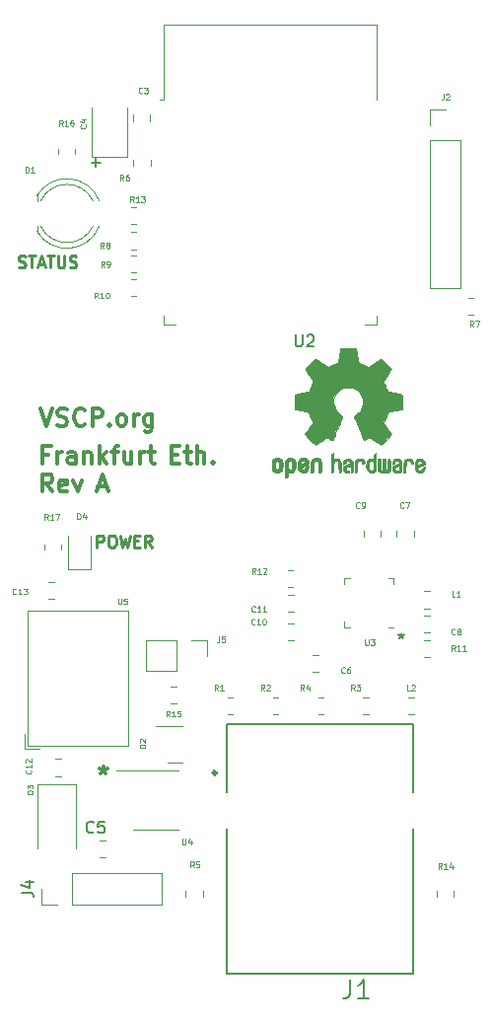
<source format=gbr>
%TF.GenerationSoftware,KiCad,Pcbnew,7.0.0-da2b9df05c~171~ubuntu22.10.1*%
%TF.CreationDate,2023-03-06T15:09:24+01:00*%
%TF.ProjectId,frakfurt_eth,6672616b-6675-4727-945f-6574682e6b69,rev?*%
%TF.SameCoordinates,Original*%
%TF.FileFunction,Legend,Top*%
%TF.FilePolarity,Positive*%
%FSLAX46Y46*%
G04 Gerber Fmt 4.6, Leading zero omitted, Abs format (unit mm)*
G04 Created by KiCad (PCBNEW 7.0.0-da2b9df05c~171~ubuntu22.10.1) date 2023-03-06 15:09:24*
%MOMM*%
%LPD*%
G01*
G04 APERTURE LIST*
%ADD10C,0.300000*%
%ADD11C,0.250000*%
%ADD12C,0.150000*%
%ADD13C,0.125000*%
%ADD14C,0.120000*%
%ADD15C,0.010000*%
%ADD16C,0.127000*%
G04 APERTURE END LIST*
D10*
X102521428Y-108523571D02*
X102521428Y-108880714D01*
X102164285Y-108737857D02*
X102521428Y-108880714D01*
X102521428Y-108880714D02*
X102878571Y-108737857D01*
X102307142Y-109166428D02*
X102521428Y-108880714D01*
X102521428Y-108880714D02*
X102735714Y-109166428D01*
X97807142Y-81787857D02*
X97307142Y-81787857D01*
X97307142Y-82573571D02*
X97307142Y-81073571D01*
X97307142Y-81073571D02*
X98021428Y-81073571D01*
X98592856Y-82573571D02*
X98592856Y-81573571D01*
X98592856Y-81859285D02*
X98664285Y-81716428D01*
X98664285Y-81716428D02*
X98735714Y-81645000D01*
X98735714Y-81645000D02*
X98878571Y-81573571D01*
X98878571Y-81573571D02*
X99021428Y-81573571D01*
X100164285Y-82573571D02*
X100164285Y-81787857D01*
X100164285Y-81787857D02*
X100092856Y-81645000D01*
X100092856Y-81645000D02*
X99949999Y-81573571D01*
X99949999Y-81573571D02*
X99664285Y-81573571D01*
X99664285Y-81573571D02*
X99521427Y-81645000D01*
X100164285Y-82502142D02*
X100021427Y-82573571D01*
X100021427Y-82573571D02*
X99664285Y-82573571D01*
X99664285Y-82573571D02*
X99521427Y-82502142D01*
X99521427Y-82502142D02*
X99449999Y-82359285D01*
X99449999Y-82359285D02*
X99449999Y-82216428D01*
X99449999Y-82216428D02*
X99521427Y-82073571D01*
X99521427Y-82073571D02*
X99664285Y-82002142D01*
X99664285Y-82002142D02*
X100021427Y-82002142D01*
X100021427Y-82002142D02*
X100164285Y-81930714D01*
X100878570Y-81573571D02*
X100878570Y-82573571D01*
X100878570Y-81716428D02*
X100949999Y-81645000D01*
X100949999Y-81645000D02*
X101092856Y-81573571D01*
X101092856Y-81573571D02*
X101307142Y-81573571D01*
X101307142Y-81573571D02*
X101449999Y-81645000D01*
X101449999Y-81645000D02*
X101521428Y-81787857D01*
X101521428Y-81787857D02*
X101521428Y-82573571D01*
X102235713Y-82573571D02*
X102235713Y-81073571D01*
X102378571Y-82002142D02*
X102807142Y-82573571D01*
X102807142Y-81573571D02*
X102235713Y-82145000D01*
X103235714Y-81573571D02*
X103807142Y-81573571D01*
X103449999Y-82573571D02*
X103449999Y-81287857D01*
X103449999Y-81287857D02*
X103521428Y-81145000D01*
X103521428Y-81145000D02*
X103664285Y-81073571D01*
X103664285Y-81073571D02*
X103807142Y-81073571D01*
X104950000Y-81573571D02*
X104950000Y-82573571D01*
X104307142Y-81573571D02*
X104307142Y-82359285D01*
X104307142Y-82359285D02*
X104378571Y-82502142D01*
X104378571Y-82502142D02*
X104521428Y-82573571D01*
X104521428Y-82573571D02*
X104735714Y-82573571D01*
X104735714Y-82573571D02*
X104878571Y-82502142D01*
X104878571Y-82502142D02*
X104950000Y-82430714D01*
X105664285Y-82573571D02*
X105664285Y-81573571D01*
X105664285Y-81859285D02*
X105735714Y-81716428D01*
X105735714Y-81716428D02*
X105807143Y-81645000D01*
X105807143Y-81645000D02*
X105950000Y-81573571D01*
X105950000Y-81573571D02*
X106092857Y-81573571D01*
X106378571Y-81573571D02*
X106949999Y-81573571D01*
X106592856Y-81073571D02*
X106592856Y-82359285D01*
X106592856Y-82359285D02*
X106664285Y-82502142D01*
X106664285Y-82502142D02*
X106807142Y-82573571D01*
X106807142Y-82573571D02*
X106949999Y-82573571D01*
X108349999Y-81787857D02*
X108849999Y-81787857D01*
X109064285Y-82573571D02*
X108349999Y-82573571D01*
X108349999Y-82573571D02*
X108349999Y-81073571D01*
X108349999Y-81073571D02*
X109064285Y-81073571D01*
X109492857Y-81573571D02*
X110064285Y-81573571D01*
X109707142Y-81073571D02*
X109707142Y-82359285D01*
X109707142Y-82359285D02*
X109778571Y-82502142D01*
X109778571Y-82502142D02*
X109921428Y-82573571D01*
X109921428Y-82573571D02*
X110064285Y-82573571D01*
X110564285Y-82573571D02*
X110564285Y-81073571D01*
X111207143Y-82573571D02*
X111207143Y-81787857D01*
X111207143Y-81787857D02*
X111135714Y-81645000D01*
X111135714Y-81645000D02*
X110992857Y-81573571D01*
X110992857Y-81573571D02*
X110778571Y-81573571D01*
X110778571Y-81573571D02*
X110635714Y-81645000D01*
X110635714Y-81645000D02*
X110564285Y-81716428D01*
X111921428Y-82430714D02*
X111992857Y-82502142D01*
X111992857Y-82502142D02*
X111921428Y-82573571D01*
X111921428Y-82573571D02*
X111850000Y-82502142D01*
X111850000Y-82502142D02*
X111921428Y-82430714D01*
X111921428Y-82430714D02*
X111921428Y-82573571D01*
X97142857Y-77823571D02*
X97642857Y-79323571D01*
X97642857Y-79323571D02*
X98142857Y-77823571D01*
X98571428Y-79252142D02*
X98785714Y-79323571D01*
X98785714Y-79323571D02*
X99142856Y-79323571D01*
X99142856Y-79323571D02*
X99285714Y-79252142D01*
X99285714Y-79252142D02*
X99357142Y-79180714D01*
X99357142Y-79180714D02*
X99428571Y-79037857D01*
X99428571Y-79037857D02*
X99428571Y-78895000D01*
X99428571Y-78895000D02*
X99357142Y-78752142D01*
X99357142Y-78752142D02*
X99285714Y-78680714D01*
X99285714Y-78680714D02*
X99142856Y-78609285D01*
X99142856Y-78609285D02*
X98857142Y-78537857D01*
X98857142Y-78537857D02*
X98714285Y-78466428D01*
X98714285Y-78466428D02*
X98642856Y-78395000D01*
X98642856Y-78395000D02*
X98571428Y-78252142D01*
X98571428Y-78252142D02*
X98571428Y-78109285D01*
X98571428Y-78109285D02*
X98642856Y-77966428D01*
X98642856Y-77966428D02*
X98714285Y-77895000D01*
X98714285Y-77895000D02*
X98857142Y-77823571D01*
X98857142Y-77823571D02*
X99214285Y-77823571D01*
X99214285Y-77823571D02*
X99428571Y-77895000D01*
X100928570Y-79180714D02*
X100857142Y-79252142D01*
X100857142Y-79252142D02*
X100642856Y-79323571D01*
X100642856Y-79323571D02*
X100499999Y-79323571D01*
X100499999Y-79323571D02*
X100285713Y-79252142D01*
X100285713Y-79252142D02*
X100142856Y-79109285D01*
X100142856Y-79109285D02*
X100071427Y-78966428D01*
X100071427Y-78966428D02*
X99999999Y-78680714D01*
X99999999Y-78680714D02*
X99999999Y-78466428D01*
X99999999Y-78466428D02*
X100071427Y-78180714D01*
X100071427Y-78180714D02*
X100142856Y-78037857D01*
X100142856Y-78037857D02*
X100285713Y-77895000D01*
X100285713Y-77895000D02*
X100499999Y-77823571D01*
X100499999Y-77823571D02*
X100642856Y-77823571D01*
X100642856Y-77823571D02*
X100857142Y-77895000D01*
X100857142Y-77895000D02*
X100928570Y-77966428D01*
X101571427Y-79323571D02*
X101571427Y-77823571D01*
X101571427Y-77823571D02*
X102142856Y-77823571D01*
X102142856Y-77823571D02*
X102285713Y-77895000D01*
X102285713Y-77895000D02*
X102357142Y-77966428D01*
X102357142Y-77966428D02*
X102428570Y-78109285D01*
X102428570Y-78109285D02*
X102428570Y-78323571D01*
X102428570Y-78323571D02*
X102357142Y-78466428D01*
X102357142Y-78466428D02*
X102285713Y-78537857D01*
X102285713Y-78537857D02*
X102142856Y-78609285D01*
X102142856Y-78609285D02*
X101571427Y-78609285D01*
X103071427Y-79180714D02*
X103142856Y-79252142D01*
X103142856Y-79252142D02*
X103071427Y-79323571D01*
X103071427Y-79323571D02*
X102999999Y-79252142D01*
X102999999Y-79252142D02*
X103071427Y-79180714D01*
X103071427Y-79180714D02*
X103071427Y-79323571D01*
X103999999Y-79323571D02*
X103857142Y-79252142D01*
X103857142Y-79252142D02*
X103785713Y-79180714D01*
X103785713Y-79180714D02*
X103714285Y-79037857D01*
X103714285Y-79037857D02*
X103714285Y-78609285D01*
X103714285Y-78609285D02*
X103785713Y-78466428D01*
X103785713Y-78466428D02*
X103857142Y-78395000D01*
X103857142Y-78395000D02*
X103999999Y-78323571D01*
X103999999Y-78323571D02*
X104214285Y-78323571D01*
X104214285Y-78323571D02*
X104357142Y-78395000D01*
X104357142Y-78395000D02*
X104428571Y-78466428D01*
X104428571Y-78466428D02*
X104499999Y-78609285D01*
X104499999Y-78609285D02*
X104499999Y-79037857D01*
X104499999Y-79037857D02*
X104428571Y-79180714D01*
X104428571Y-79180714D02*
X104357142Y-79252142D01*
X104357142Y-79252142D02*
X104214285Y-79323571D01*
X104214285Y-79323571D02*
X103999999Y-79323571D01*
X105142856Y-79323571D02*
X105142856Y-78323571D01*
X105142856Y-78609285D02*
X105214285Y-78466428D01*
X105214285Y-78466428D02*
X105285714Y-78395000D01*
X105285714Y-78395000D02*
X105428571Y-78323571D01*
X105428571Y-78323571D02*
X105571428Y-78323571D01*
X106714285Y-78323571D02*
X106714285Y-79537857D01*
X106714285Y-79537857D02*
X106642856Y-79680714D01*
X106642856Y-79680714D02*
X106571427Y-79752142D01*
X106571427Y-79752142D02*
X106428570Y-79823571D01*
X106428570Y-79823571D02*
X106214285Y-79823571D01*
X106214285Y-79823571D02*
X106071427Y-79752142D01*
X106714285Y-79252142D02*
X106571427Y-79323571D01*
X106571427Y-79323571D02*
X106285713Y-79323571D01*
X106285713Y-79323571D02*
X106142856Y-79252142D01*
X106142856Y-79252142D02*
X106071427Y-79180714D01*
X106071427Y-79180714D02*
X105999999Y-79037857D01*
X105999999Y-79037857D02*
X105999999Y-78609285D01*
X105999999Y-78609285D02*
X106071427Y-78466428D01*
X106071427Y-78466428D02*
X106142856Y-78395000D01*
X106142856Y-78395000D02*
X106285713Y-78323571D01*
X106285713Y-78323571D02*
X106571427Y-78323571D01*
X106571427Y-78323571D02*
X106714285Y-78395000D01*
D11*
X95240476Y-65684761D02*
X95383333Y-65732380D01*
X95383333Y-65732380D02*
X95621428Y-65732380D01*
X95621428Y-65732380D02*
X95716666Y-65684761D01*
X95716666Y-65684761D02*
X95764285Y-65637142D01*
X95764285Y-65637142D02*
X95811904Y-65541904D01*
X95811904Y-65541904D02*
X95811904Y-65446666D01*
X95811904Y-65446666D02*
X95764285Y-65351428D01*
X95764285Y-65351428D02*
X95716666Y-65303809D01*
X95716666Y-65303809D02*
X95621428Y-65256190D01*
X95621428Y-65256190D02*
X95430952Y-65208571D01*
X95430952Y-65208571D02*
X95335714Y-65160952D01*
X95335714Y-65160952D02*
X95288095Y-65113333D01*
X95288095Y-65113333D02*
X95240476Y-65018095D01*
X95240476Y-65018095D02*
X95240476Y-64922857D01*
X95240476Y-64922857D02*
X95288095Y-64827619D01*
X95288095Y-64827619D02*
X95335714Y-64780000D01*
X95335714Y-64780000D02*
X95430952Y-64732380D01*
X95430952Y-64732380D02*
X95669047Y-64732380D01*
X95669047Y-64732380D02*
X95811904Y-64780000D01*
X96097619Y-64732380D02*
X96669047Y-64732380D01*
X96383333Y-65732380D02*
X96383333Y-64732380D01*
X96954762Y-65446666D02*
X97430952Y-65446666D01*
X96859524Y-65732380D02*
X97192857Y-64732380D01*
X97192857Y-64732380D02*
X97526190Y-65732380D01*
X97716667Y-64732380D02*
X98288095Y-64732380D01*
X98002381Y-65732380D02*
X98002381Y-64732380D01*
X98621429Y-64732380D02*
X98621429Y-65541904D01*
X98621429Y-65541904D02*
X98669048Y-65637142D01*
X98669048Y-65637142D02*
X98716667Y-65684761D01*
X98716667Y-65684761D02*
X98811905Y-65732380D01*
X98811905Y-65732380D02*
X99002381Y-65732380D01*
X99002381Y-65732380D02*
X99097619Y-65684761D01*
X99097619Y-65684761D02*
X99145238Y-65637142D01*
X99145238Y-65637142D02*
X99192857Y-65541904D01*
X99192857Y-65541904D02*
X99192857Y-64732380D01*
X99621429Y-65684761D02*
X99764286Y-65732380D01*
X99764286Y-65732380D02*
X100002381Y-65732380D01*
X100002381Y-65732380D02*
X100097619Y-65684761D01*
X100097619Y-65684761D02*
X100145238Y-65637142D01*
X100145238Y-65637142D02*
X100192857Y-65541904D01*
X100192857Y-65541904D02*
X100192857Y-65446666D01*
X100192857Y-65446666D02*
X100145238Y-65351428D01*
X100145238Y-65351428D02*
X100097619Y-65303809D01*
X100097619Y-65303809D02*
X100002381Y-65256190D01*
X100002381Y-65256190D02*
X99811905Y-65208571D01*
X99811905Y-65208571D02*
X99716667Y-65160952D01*
X99716667Y-65160952D02*
X99669048Y-65113333D01*
X99669048Y-65113333D02*
X99621429Y-65018095D01*
X99621429Y-65018095D02*
X99621429Y-64922857D01*
X99621429Y-64922857D02*
X99669048Y-64827619D01*
X99669048Y-64827619D02*
X99716667Y-64780000D01*
X99716667Y-64780000D02*
X99811905Y-64732380D01*
X99811905Y-64732380D02*
X100050000Y-64732380D01*
X100050000Y-64732380D02*
X100192857Y-64780000D01*
X101988095Y-89732380D02*
X101988095Y-88732380D01*
X101988095Y-88732380D02*
X102369047Y-88732380D01*
X102369047Y-88732380D02*
X102464285Y-88780000D01*
X102464285Y-88780000D02*
X102511904Y-88827619D01*
X102511904Y-88827619D02*
X102559523Y-88922857D01*
X102559523Y-88922857D02*
X102559523Y-89065714D01*
X102559523Y-89065714D02*
X102511904Y-89160952D01*
X102511904Y-89160952D02*
X102464285Y-89208571D01*
X102464285Y-89208571D02*
X102369047Y-89256190D01*
X102369047Y-89256190D02*
X101988095Y-89256190D01*
X103178571Y-88732380D02*
X103369047Y-88732380D01*
X103369047Y-88732380D02*
X103464285Y-88780000D01*
X103464285Y-88780000D02*
X103559523Y-88875238D01*
X103559523Y-88875238D02*
X103607142Y-89065714D01*
X103607142Y-89065714D02*
X103607142Y-89399047D01*
X103607142Y-89399047D02*
X103559523Y-89589523D01*
X103559523Y-89589523D02*
X103464285Y-89684761D01*
X103464285Y-89684761D02*
X103369047Y-89732380D01*
X103369047Y-89732380D02*
X103178571Y-89732380D01*
X103178571Y-89732380D02*
X103083333Y-89684761D01*
X103083333Y-89684761D02*
X102988095Y-89589523D01*
X102988095Y-89589523D02*
X102940476Y-89399047D01*
X102940476Y-89399047D02*
X102940476Y-89065714D01*
X102940476Y-89065714D02*
X102988095Y-88875238D01*
X102988095Y-88875238D02*
X103083333Y-88780000D01*
X103083333Y-88780000D02*
X103178571Y-88732380D01*
X103940476Y-88732380D02*
X104178571Y-89732380D01*
X104178571Y-89732380D02*
X104369047Y-89018095D01*
X104369047Y-89018095D02*
X104559523Y-89732380D01*
X104559523Y-89732380D02*
X104797619Y-88732380D01*
X105178571Y-89208571D02*
X105511904Y-89208571D01*
X105654761Y-89732380D02*
X105178571Y-89732380D01*
X105178571Y-89732380D02*
X105178571Y-88732380D01*
X105178571Y-88732380D02*
X105654761Y-88732380D01*
X106654761Y-89732380D02*
X106321428Y-89256190D01*
X106083333Y-89732380D02*
X106083333Y-88732380D01*
X106083333Y-88732380D02*
X106464285Y-88732380D01*
X106464285Y-88732380D02*
X106559523Y-88780000D01*
X106559523Y-88780000D02*
X106607142Y-88827619D01*
X106607142Y-88827619D02*
X106654761Y-88922857D01*
X106654761Y-88922857D02*
X106654761Y-89065714D01*
X106654761Y-89065714D02*
X106607142Y-89160952D01*
X106607142Y-89160952D02*
X106559523Y-89208571D01*
X106559523Y-89208571D02*
X106464285Y-89256190D01*
X106464285Y-89256190D02*
X106083333Y-89256190D01*
D12*
X128100000Y-97117380D02*
X128100000Y-97355476D01*
X127861905Y-97260238D02*
X128100000Y-97355476D01*
X128100000Y-97355476D02*
X128338095Y-97260238D01*
X127957143Y-97545952D02*
X128100000Y-97355476D01*
X128100000Y-97355476D02*
X128242857Y-97545952D01*
X101519048Y-56736428D02*
X102280953Y-56736428D01*
X101900000Y-57117380D02*
X101900000Y-56355476D01*
D10*
X98164285Y-84973571D02*
X97664285Y-84259285D01*
X97307142Y-84973571D02*
X97307142Y-83473571D01*
X97307142Y-83473571D02*
X97878571Y-83473571D01*
X97878571Y-83473571D02*
X98021428Y-83545000D01*
X98021428Y-83545000D02*
X98092857Y-83616428D01*
X98092857Y-83616428D02*
X98164285Y-83759285D01*
X98164285Y-83759285D02*
X98164285Y-83973571D01*
X98164285Y-83973571D02*
X98092857Y-84116428D01*
X98092857Y-84116428D02*
X98021428Y-84187857D01*
X98021428Y-84187857D02*
X97878571Y-84259285D01*
X97878571Y-84259285D02*
X97307142Y-84259285D01*
X99378571Y-84902142D02*
X99235714Y-84973571D01*
X99235714Y-84973571D02*
X98950000Y-84973571D01*
X98950000Y-84973571D02*
X98807142Y-84902142D01*
X98807142Y-84902142D02*
X98735714Y-84759285D01*
X98735714Y-84759285D02*
X98735714Y-84187857D01*
X98735714Y-84187857D02*
X98807142Y-84045000D01*
X98807142Y-84045000D02*
X98950000Y-83973571D01*
X98950000Y-83973571D02*
X99235714Y-83973571D01*
X99235714Y-83973571D02*
X99378571Y-84045000D01*
X99378571Y-84045000D02*
X99450000Y-84187857D01*
X99450000Y-84187857D02*
X99450000Y-84330714D01*
X99450000Y-84330714D02*
X98735714Y-84473571D01*
X99949999Y-83973571D02*
X100307142Y-84973571D01*
X100307142Y-84973571D02*
X100664285Y-83973571D01*
X102064285Y-84545000D02*
X102778571Y-84545000D01*
X101921428Y-84973571D02*
X102421428Y-83473571D01*
X102421428Y-83473571D02*
X102921428Y-84973571D01*
D13*
%TO.C,R14*%
X131578571Y-117333690D02*
X131411905Y-117095595D01*
X131292857Y-117333690D02*
X131292857Y-116833690D01*
X131292857Y-116833690D02*
X131483333Y-116833690D01*
X131483333Y-116833690D02*
X131530952Y-116857500D01*
X131530952Y-116857500D02*
X131554762Y-116881309D01*
X131554762Y-116881309D02*
X131578571Y-116928928D01*
X131578571Y-116928928D02*
X131578571Y-117000357D01*
X131578571Y-117000357D02*
X131554762Y-117047976D01*
X131554762Y-117047976D02*
X131530952Y-117071785D01*
X131530952Y-117071785D02*
X131483333Y-117095595D01*
X131483333Y-117095595D02*
X131292857Y-117095595D01*
X132054762Y-117333690D02*
X131769048Y-117333690D01*
X131911905Y-117333690D02*
X131911905Y-116833690D01*
X131911905Y-116833690D02*
X131864286Y-116905119D01*
X131864286Y-116905119D02*
X131816667Y-116952738D01*
X131816667Y-116952738D02*
X131769048Y-116976547D01*
X132483333Y-117000357D02*
X132483333Y-117333690D01*
X132364285Y-116809880D02*
X132245238Y-117167023D01*
X132245238Y-117167023D02*
X132554761Y-117167023D01*
%TO.C,D4*%
X100280952Y-87333690D02*
X100280952Y-86833690D01*
X100280952Y-86833690D02*
X100400000Y-86833690D01*
X100400000Y-86833690D02*
X100471428Y-86857500D01*
X100471428Y-86857500D02*
X100519047Y-86905119D01*
X100519047Y-86905119D02*
X100542857Y-86952738D01*
X100542857Y-86952738D02*
X100566666Y-87047976D01*
X100566666Y-87047976D02*
X100566666Y-87119404D01*
X100566666Y-87119404D02*
X100542857Y-87214642D01*
X100542857Y-87214642D02*
X100519047Y-87262261D01*
X100519047Y-87262261D02*
X100471428Y-87309880D01*
X100471428Y-87309880D02*
X100400000Y-87333690D01*
X100400000Y-87333690D02*
X100280952Y-87333690D01*
X100995238Y-87000357D02*
X100995238Y-87333690D01*
X100876190Y-86809880D02*
X100757143Y-87167023D01*
X100757143Y-87167023D02*
X101066666Y-87167023D01*
%TO.C,L1*%
X132716666Y-93983690D02*
X132478571Y-93983690D01*
X132478571Y-93983690D02*
X132478571Y-93483690D01*
X133145238Y-93983690D02*
X132859524Y-93983690D01*
X133002381Y-93983690D02*
X133002381Y-93483690D01*
X133002381Y-93483690D02*
X132954762Y-93555119D01*
X132954762Y-93555119D02*
X132907143Y-93602738D01*
X132907143Y-93602738D02*
X132859524Y-93626547D01*
%TO.C,R11*%
X132728571Y-98633690D02*
X132561905Y-98395595D01*
X132442857Y-98633690D02*
X132442857Y-98133690D01*
X132442857Y-98133690D02*
X132633333Y-98133690D01*
X132633333Y-98133690D02*
X132680952Y-98157500D01*
X132680952Y-98157500D02*
X132704762Y-98181309D01*
X132704762Y-98181309D02*
X132728571Y-98228928D01*
X132728571Y-98228928D02*
X132728571Y-98300357D01*
X132728571Y-98300357D02*
X132704762Y-98347976D01*
X132704762Y-98347976D02*
X132680952Y-98371785D01*
X132680952Y-98371785D02*
X132633333Y-98395595D01*
X132633333Y-98395595D02*
X132442857Y-98395595D01*
X133204762Y-98633690D02*
X132919048Y-98633690D01*
X133061905Y-98633690D02*
X133061905Y-98133690D01*
X133061905Y-98133690D02*
X133014286Y-98205119D01*
X133014286Y-98205119D02*
X132966667Y-98252738D01*
X132966667Y-98252738D02*
X132919048Y-98276547D01*
X133680952Y-98633690D02*
X133395238Y-98633690D01*
X133538095Y-98633690D02*
X133538095Y-98133690D01*
X133538095Y-98133690D02*
X133490476Y-98205119D01*
X133490476Y-98205119D02*
X133442857Y-98252738D01*
X133442857Y-98252738D02*
X133395238Y-98276547D01*
%TO.C,R9*%
X102616666Y-65683690D02*
X102450000Y-65445595D01*
X102330952Y-65683690D02*
X102330952Y-65183690D01*
X102330952Y-65183690D02*
X102521428Y-65183690D01*
X102521428Y-65183690D02*
X102569047Y-65207500D01*
X102569047Y-65207500D02*
X102592857Y-65231309D01*
X102592857Y-65231309D02*
X102616666Y-65278928D01*
X102616666Y-65278928D02*
X102616666Y-65350357D01*
X102616666Y-65350357D02*
X102592857Y-65397976D01*
X102592857Y-65397976D02*
X102569047Y-65421785D01*
X102569047Y-65421785D02*
X102521428Y-65445595D01*
X102521428Y-65445595D02*
X102330952Y-65445595D01*
X102854762Y-65683690D02*
X102950000Y-65683690D01*
X102950000Y-65683690D02*
X102997619Y-65659880D01*
X102997619Y-65659880D02*
X103021428Y-65636071D01*
X103021428Y-65636071D02*
X103069047Y-65564642D01*
X103069047Y-65564642D02*
X103092857Y-65469404D01*
X103092857Y-65469404D02*
X103092857Y-65278928D01*
X103092857Y-65278928D02*
X103069047Y-65231309D01*
X103069047Y-65231309D02*
X103045238Y-65207500D01*
X103045238Y-65207500D02*
X102997619Y-65183690D01*
X102997619Y-65183690D02*
X102902381Y-65183690D01*
X102902381Y-65183690D02*
X102854762Y-65207500D01*
X102854762Y-65207500D02*
X102830952Y-65231309D01*
X102830952Y-65231309D02*
X102807143Y-65278928D01*
X102807143Y-65278928D02*
X102807143Y-65397976D01*
X102807143Y-65397976D02*
X102830952Y-65445595D01*
X102830952Y-65445595D02*
X102854762Y-65469404D01*
X102854762Y-65469404D02*
X102902381Y-65493214D01*
X102902381Y-65493214D02*
X102997619Y-65493214D01*
X102997619Y-65493214D02*
X103045238Y-65469404D01*
X103045238Y-65469404D02*
X103069047Y-65445595D01*
X103069047Y-65445595D02*
X103092857Y-65397976D01*
%TO.C,U3*%
X125019047Y-97633690D02*
X125019047Y-98038452D01*
X125019047Y-98038452D02*
X125042857Y-98086071D01*
X125042857Y-98086071D02*
X125066666Y-98109880D01*
X125066666Y-98109880D02*
X125114285Y-98133690D01*
X125114285Y-98133690D02*
X125209523Y-98133690D01*
X125209523Y-98133690D02*
X125257142Y-98109880D01*
X125257142Y-98109880D02*
X125280952Y-98086071D01*
X125280952Y-98086071D02*
X125304761Y-98038452D01*
X125304761Y-98038452D02*
X125304761Y-97633690D01*
X125495238Y-97633690D02*
X125804762Y-97633690D01*
X125804762Y-97633690D02*
X125638095Y-97824166D01*
X125638095Y-97824166D02*
X125709524Y-97824166D01*
X125709524Y-97824166D02*
X125757143Y-97847976D01*
X125757143Y-97847976D02*
X125780952Y-97871785D01*
X125780952Y-97871785D02*
X125804762Y-97919404D01*
X125804762Y-97919404D02*
X125804762Y-98038452D01*
X125804762Y-98038452D02*
X125780952Y-98086071D01*
X125780952Y-98086071D02*
X125757143Y-98109880D01*
X125757143Y-98109880D02*
X125709524Y-98133690D01*
X125709524Y-98133690D02*
X125566667Y-98133690D01*
X125566667Y-98133690D02*
X125519048Y-98109880D01*
X125519048Y-98109880D02*
X125495238Y-98086071D01*
%TO.C,C4*%
X100986071Y-53483333D02*
X101009880Y-53507142D01*
X101009880Y-53507142D02*
X101033690Y-53578571D01*
X101033690Y-53578571D02*
X101033690Y-53626190D01*
X101033690Y-53626190D02*
X101009880Y-53697618D01*
X101009880Y-53697618D02*
X100962261Y-53745237D01*
X100962261Y-53745237D02*
X100914642Y-53769047D01*
X100914642Y-53769047D02*
X100819404Y-53792856D01*
X100819404Y-53792856D02*
X100747976Y-53792856D01*
X100747976Y-53792856D02*
X100652738Y-53769047D01*
X100652738Y-53769047D02*
X100605119Y-53745237D01*
X100605119Y-53745237D02*
X100557500Y-53697618D01*
X100557500Y-53697618D02*
X100533690Y-53626190D01*
X100533690Y-53626190D02*
X100533690Y-53578571D01*
X100533690Y-53578571D02*
X100557500Y-53507142D01*
X100557500Y-53507142D02*
X100581309Y-53483333D01*
X100700357Y-53054761D02*
X101033690Y-53054761D01*
X100509880Y-53173809D02*
X100867023Y-53292856D01*
X100867023Y-53292856D02*
X100867023Y-52983333D01*
%TO.C,C13*%
X95028571Y-93736071D02*
X95004762Y-93759880D01*
X95004762Y-93759880D02*
X94933333Y-93783690D01*
X94933333Y-93783690D02*
X94885714Y-93783690D01*
X94885714Y-93783690D02*
X94814286Y-93759880D01*
X94814286Y-93759880D02*
X94766667Y-93712261D01*
X94766667Y-93712261D02*
X94742857Y-93664642D01*
X94742857Y-93664642D02*
X94719048Y-93569404D01*
X94719048Y-93569404D02*
X94719048Y-93497976D01*
X94719048Y-93497976D02*
X94742857Y-93402738D01*
X94742857Y-93402738D02*
X94766667Y-93355119D01*
X94766667Y-93355119D02*
X94814286Y-93307500D01*
X94814286Y-93307500D02*
X94885714Y-93283690D01*
X94885714Y-93283690D02*
X94933333Y-93283690D01*
X94933333Y-93283690D02*
X95004762Y-93307500D01*
X95004762Y-93307500D02*
X95028571Y-93331309D01*
X95504762Y-93783690D02*
X95219048Y-93783690D01*
X95361905Y-93783690D02*
X95361905Y-93283690D01*
X95361905Y-93283690D02*
X95314286Y-93355119D01*
X95314286Y-93355119D02*
X95266667Y-93402738D01*
X95266667Y-93402738D02*
X95219048Y-93426547D01*
X95671428Y-93283690D02*
X95980952Y-93283690D01*
X95980952Y-93283690D02*
X95814285Y-93474166D01*
X95814285Y-93474166D02*
X95885714Y-93474166D01*
X95885714Y-93474166D02*
X95933333Y-93497976D01*
X95933333Y-93497976D02*
X95957142Y-93521785D01*
X95957142Y-93521785D02*
X95980952Y-93569404D01*
X95980952Y-93569404D02*
X95980952Y-93688452D01*
X95980952Y-93688452D02*
X95957142Y-93736071D01*
X95957142Y-93736071D02*
X95933333Y-93759880D01*
X95933333Y-93759880D02*
X95885714Y-93783690D01*
X95885714Y-93783690D02*
X95742857Y-93783690D01*
X95742857Y-93783690D02*
X95695238Y-93759880D01*
X95695238Y-93759880D02*
X95671428Y-93736071D01*
%TO.C,U4*%
X109319047Y-114783690D02*
X109319047Y-115188452D01*
X109319047Y-115188452D02*
X109342857Y-115236071D01*
X109342857Y-115236071D02*
X109366666Y-115259880D01*
X109366666Y-115259880D02*
X109414285Y-115283690D01*
X109414285Y-115283690D02*
X109509523Y-115283690D01*
X109509523Y-115283690D02*
X109557142Y-115259880D01*
X109557142Y-115259880D02*
X109580952Y-115236071D01*
X109580952Y-115236071D02*
X109604761Y-115188452D01*
X109604761Y-115188452D02*
X109604761Y-114783690D01*
X110057143Y-114950357D02*
X110057143Y-115283690D01*
X109938095Y-114759880D02*
X109819048Y-115117023D01*
X109819048Y-115117023D02*
X110128571Y-115117023D01*
D12*
%TO.C,U2*%
X119038095Y-71517380D02*
X119038095Y-72326904D01*
X119038095Y-72326904D02*
X119085714Y-72422142D01*
X119085714Y-72422142D02*
X119133333Y-72469761D01*
X119133333Y-72469761D02*
X119228571Y-72517380D01*
X119228571Y-72517380D02*
X119419047Y-72517380D01*
X119419047Y-72517380D02*
X119514285Y-72469761D01*
X119514285Y-72469761D02*
X119561904Y-72422142D01*
X119561904Y-72422142D02*
X119609523Y-72326904D01*
X119609523Y-72326904D02*
X119609523Y-71517380D01*
X120038095Y-71612619D02*
X120085714Y-71565000D01*
X120085714Y-71565000D02*
X120180952Y-71517380D01*
X120180952Y-71517380D02*
X120419047Y-71517380D01*
X120419047Y-71517380D02*
X120514285Y-71565000D01*
X120514285Y-71565000D02*
X120561904Y-71612619D01*
X120561904Y-71612619D02*
X120609523Y-71707857D01*
X120609523Y-71707857D02*
X120609523Y-71803095D01*
X120609523Y-71803095D02*
X120561904Y-71945952D01*
X120561904Y-71945952D02*
X119990476Y-72517380D01*
X119990476Y-72517380D02*
X120609523Y-72517380D01*
D13*
%TO.C,C8*%
X132716666Y-97186071D02*
X132692857Y-97209880D01*
X132692857Y-97209880D02*
X132621428Y-97233690D01*
X132621428Y-97233690D02*
X132573809Y-97233690D01*
X132573809Y-97233690D02*
X132502381Y-97209880D01*
X132502381Y-97209880D02*
X132454762Y-97162261D01*
X132454762Y-97162261D02*
X132430952Y-97114642D01*
X132430952Y-97114642D02*
X132407143Y-97019404D01*
X132407143Y-97019404D02*
X132407143Y-96947976D01*
X132407143Y-96947976D02*
X132430952Y-96852738D01*
X132430952Y-96852738D02*
X132454762Y-96805119D01*
X132454762Y-96805119D02*
X132502381Y-96757500D01*
X132502381Y-96757500D02*
X132573809Y-96733690D01*
X132573809Y-96733690D02*
X132621428Y-96733690D01*
X132621428Y-96733690D02*
X132692857Y-96757500D01*
X132692857Y-96757500D02*
X132716666Y-96781309D01*
X133002381Y-96947976D02*
X132954762Y-96924166D01*
X132954762Y-96924166D02*
X132930952Y-96900357D01*
X132930952Y-96900357D02*
X132907143Y-96852738D01*
X132907143Y-96852738D02*
X132907143Y-96828928D01*
X132907143Y-96828928D02*
X132930952Y-96781309D01*
X132930952Y-96781309D02*
X132954762Y-96757500D01*
X132954762Y-96757500D02*
X133002381Y-96733690D01*
X133002381Y-96733690D02*
X133097619Y-96733690D01*
X133097619Y-96733690D02*
X133145238Y-96757500D01*
X133145238Y-96757500D02*
X133169047Y-96781309D01*
X133169047Y-96781309D02*
X133192857Y-96828928D01*
X133192857Y-96828928D02*
X133192857Y-96852738D01*
X133192857Y-96852738D02*
X133169047Y-96900357D01*
X133169047Y-96900357D02*
X133145238Y-96924166D01*
X133145238Y-96924166D02*
X133097619Y-96947976D01*
X133097619Y-96947976D02*
X133002381Y-96947976D01*
X133002381Y-96947976D02*
X132954762Y-96971785D01*
X132954762Y-96971785D02*
X132930952Y-96995595D01*
X132930952Y-96995595D02*
X132907143Y-97043214D01*
X132907143Y-97043214D02*
X132907143Y-97138452D01*
X132907143Y-97138452D02*
X132930952Y-97186071D01*
X132930952Y-97186071D02*
X132954762Y-97209880D01*
X132954762Y-97209880D02*
X133002381Y-97233690D01*
X133002381Y-97233690D02*
X133097619Y-97233690D01*
X133097619Y-97233690D02*
X133145238Y-97209880D01*
X133145238Y-97209880D02*
X133169047Y-97186071D01*
X133169047Y-97186071D02*
X133192857Y-97138452D01*
X133192857Y-97138452D02*
X133192857Y-97043214D01*
X133192857Y-97043214D02*
X133169047Y-96995595D01*
X133169047Y-96995595D02*
X133145238Y-96971785D01*
X133145238Y-96971785D02*
X133097619Y-96947976D01*
%TO.C,C7*%
X128316666Y-86336071D02*
X128292857Y-86359880D01*
X128292857Y-86359880D02*
X128221428Y-86383690D01*
X128221428Y-86383690D02*
X128173809Y-86383690D01*
X128173809Y-86383690D02*
X128102381Y-86359880D01*
X128102381Y-86359880D02*
X128054762Y-86312261D01*
X128054762Y-86312261D02*
X128030952Y-86264642D01*
X128030952Y-86264642D02*
X128007143Y-86169404D01*
X128007143Y-86169404D02*
X128007143Y-86097976D01*
X128007143Y-86097976D02*
X128030952Y-86002738D01*
X128030952Y-86002738D02*
X128054762Y-85955119D01*
X128054762Y-85955119D02*
X128102381Y-85907500D01*
X128102381Y-85907500D02*
X128173809Y-85883690D01*
X128173809Y-85883690D02*
X128221428Y-85883690D01*
X128221428Y-85883690D02*
X128292857Y-85907500D01*
X128292857Y-85907500D02*
X128316666Y-85931309D01*
X128483333Y-85883690D02*
X128816666Y-85883690D01*
X128816666Y-85883690D02*
X128602381Y-86383690D01*
%TO.C,R15*%
X108228571Y-104283690D02*
X108061905Y-104045595D01*
X107942857Y-104283690D02*
X107942857Y-103783690D01*
X107942857Y-103783690D02*
X108133333Y-103783690D01*
X108133333Y-103783690D02*
X108180952Y-103807500D01*
X108180952Y-103807500D02*
X108204762Y-103831309D01*
X108204762Y-103831309D02*
X108228571Y-103878928D01*
X108228571Y-103878928D02*
X108228571Y-103950357D01*
X108228571Y-103950357D02*
X108204762Y-103997976D01*
X108204762Y-103997976D02*
X108180952Y-104021785D01*
X108180952Y-104021785D02*
X108133333Y-104045595D01*
X108133333Y-104045595D02*
X107942857Y-104045595D01*
X108704762Y-104283690D02*
X108419048Y-104283690D01*
X108561905Y-104283690D02*
X108561905Y-103783690D01*
X108561905Y-103783690D02*
X108514286Y-103855119D01*
X108514286Y-103855119D02*
X108466667Y-103902738D01*
X108466667Y-103902738D02*
X108419048Y-103926547D01*
X109157142Y-103783690D02*
X108919047Y-103783690D01*
X108919047Y-103783690D02*
X108895238Y-104021785D01*
X108895238Y-104021785D02*
X108919047Y-103997976D01*
X108919047Y-103997976D02*
X108966666Y-103974166D01*
X108966666Y-103974166D02*
X109085714Y-103974166D01*
X109085714Y-103974166D02*
X109133333Y-103997976D01*
X109133333Y-103997976D02*
X109157142Y-104021785D01*
X109157142Y-104021785D02*
X109180952Y-104069404D01*
X109180952Y-104069404D02*
X109180952Y-104188452D01*
X109180952Y-104188452D02*
X109157142Y-104236071D01*
X109157142Y-104236071D02*
X109133333Y-104259880D01*
X109133333Y-104259880D02*
X109085714Y-104283690D01*
X109085714Y-104283690D02*
X108966666Y-104283690D01*
X108966666Y-104283690D02*
X108919047Y-104259880D01*
X108919047Y-104259880D02*
X108895238Y-104236071D01*
%TO.C,R6*%
X104266666Y-58283690D02*
X104100000Y-58045595D01*
X103980952Y-58283690D02*
X103980952Y-57783690D01*
X103980952Y-57783690D02*
X104171428Y-57783690D01*
X104171428Y-57783690D02*
X104219047Y-57807500D01*
X104219047Y-57807500D02*
X104242857Y-57831309D01*
X104242857Y-57831309D02*
X104266666Y-57878928D01*
X104266666Y-57878928D02*
X104266666Y-57950357D01*
X104266666Y-57950357D02*
X104242857Y-57997976D01*
X104242857Y-57997976D02*
X104219047Y-58021785D01*
X104219047Y-58021785D02*
X104171428Y-58045595D01*
X104171428Y-58045595D02*
X103980952Y-58045595D01*
X104695238Y-57783690D02*
X104600000Y-57783690D01*
X104600000Y-57783690D02*
X104552381Y-57807500D01*
X104552381Y-57807500D02*
X104528571Y-57831309D01*
X104528571Y-57831309D02*
X104480952Y-57902738D01*
X104480952Y-57902738D02*
X104457143Y-57997976D01*
X104457143Y-57997976D02*
X104457143Y-58188452D01*
X104457143Y-58188452D02*
X104480952Y-58236071D01*
X104480952Y-58236071D02*
X104504762Y-58259880D01*
X104504762Y-58259880D02*
X104552381Y-58283690D01*
X104552381Y-58283690D02*
X104647619Y-58283690D01*
X104647619Y-58283690D02*
X104695238Y-58259880D01*
X104695238Y-58259880D02*
X104719047Y-58236071D01*
X104719047Y-58236071D02*
X104742857Y-58188452D01*
X104742857Y-58188452D02*
X104742857Y-58069404D01*
X104742857Y-58069404D02*
X104719047Y-58021785D01*
X104719047Y-58021785D02*
X104695238Y-57997976D01*
X104695238Y-57997976D02*
X104647619Y-57974166D01*
X104647619Y-57974166D02*
X104552381Y-57974166D01*
X104552381Y-57974166D02*
X104504762Y-57997976D01*
X104504762Y-57997976D02*
X104480952Y-58021785D01*
X104480952Y-58021785D02*
X104457143Y-58069404D01*
%TO.C,D2*%
X106133690Y-106969047D02*
X105633690Y-106969047D01*
X105633690Y-106969047D02*
X105633690Y-106849999D01*
X105633690Y-106849999D02*
X105657500Y-106778571D01*
X105657500Y-106778571D02*
X105705119Y-106730952D01*
X105705119Y-106730952D02*
X105752738Y-106707142D01*
X105752738Y-106707142D02*
X105847976Y-106683333D01*
X105847976Y-106683333D02*
X105919404Y-106683333D01*
X105919404Y-106683333D02*
X106014642Y-106707142D01*
X106014642Y-106707142D02*
X106062261Y-106730952D01*
X106062261Y-106730952D02*
X106109880Y-106778571D01*
X106109880Y-106778571D02*
X106133690Y-106849999D01*
X106133690Y-106849999D02*
X106133690Y-106969047D01*
X105681309Y-106492856D02*
X105657500Y-106469047D01*
X105657500Y-106469047D02*
X105633690Y-106421428D01*
X105633690Y-106421428D02*
X105633690Y-106302380D01*
X105633690Y-106302380D02*
X105657500Y-106254761D01*
X105657500Y-106254761D02*
X105681309Y-106230952D01*
X105681309Y-106230952D02*
X105728928Y-106207142D01*
X105728928Y-106207142D02*
X105776547Y-106207142D01*
X105776547Y-106207142D02*
X105847976Y-106230952D01*
X105847976Y-106230952D02*
X106133690Y-106516666D01*
X106133690Y-106516666D02*
X106133690Y-106207142D01*
D12*
%TO.C,J4*%
X95517380Y-119383333D02*
X96231666Y-119383333D01*
X96231666Y-119383333D02*
X96374523Y-119430952D01*
X96374523Y-119430952D02*
X96469761Y-119526190D01*
X96469761Y-119526190D02*
X96517380Y-119669047D01*
X96517380Y-119669047D02*
X96517380Y-119764285D01*
X95850714Y-118478571D02*
X96517380Y-118478571D01*
X95469761Y-118716666D02*
X96184047Y-118954761D01*
X96184047Y-118954761D02*
X96184047Y-118335714D01*
D13*
%TO.C,R3*%
X124116666Y-102033690D02*
X123950000Y-101795595D01*
X123830952Y-102033690D02*
X123830952Y-101533690D01*
X123830952Y-101533690D02*
X124021428Y-101533690D01*
X124021428Y-101533690D02*
X124069047Y-101557500D01*
X124069047Y-101557500D02*
X124092857Y-101581309D01*
X124092857Y-101581309D02*
X124116666Y-101628928D01*
X124116666Y-101628928D02*
X124116666Y-101700357D01*
X124116666Y-101700357D02*
X124092857Y-101747976D01*
X124092857Y-101747976D02*
X124069047Y-101771785D01*
X124069047Y-101771785D02*
X124021428Y-101795595D01*
X124021428Y-101795595D02*
X123830952Y-101795595D01*
X124283333Y-101533690D02*
X124592857Y-101533690D01*
X124592857Y-101533690D02*
X124426190Y-101724166D01*
X124426190Y-101724166D02*
X124497619Y-101724166D01*
X124497619Y-101724166D02*
X124545238Y-101747976D01*
X124545238Y-101747976D02*
X124569047Y-101771785D01*
X124569047Y-101771785D02*
X124592857Y-101819404D01*
X124592857Y-101819404D02*
X124592857Y-101938452D01*
X124592857Y-101938452D02*
X124569047Y-101986071D01*
X124569047Y-101986071D02*
X124545238Y-102009880D01*
X124545238Y-102009880D02*
X124497619Y-102033690D01*
X124497619Y-102033690D02*
X124354762Y-102033690D01*
X124354762Y-102033690D02*
X124307143Y-102009880D01*
X124307143Y-102009880D02*
X124283333Y-101986071D01*
%TO.C,R5*%
X110316666Y-117233690D02*
X110150000Y-116995595D01*
X110030952Y-117233690D02*
X110030952Y-116733690D01*
X110030952Y-116733690D02*
X110221428Y-116733690D01*
X110221428Y-116733690D02*
X110269047Y-116757500D01*
X110269047Y-116757500D02*
X110292857Y-116781309D01*
X110292857Y-116781309D02*
X110316666Y-116828928D01*
X110316666Y-116828928D02*
X110316666Y-116900357D01*
X110316666Y-116900357D02*
X110292857Y-116947976D01*
X110292857Y-116947976D02*
X110269047Y-116971785D01*
X110269047Y-116971785D02*
X110221428Y-116995595D01*
X110221428Y-116995595D02*
X110030952Y-116995595D01*
X110769047Y-116733690D02*
X110530952Y-116733690D01*
X110530952Y-116733690D02*
X110507143Y-116971785D01*
X110507143Y-116971785D02*
X110530952Y-116947976D01*
X110530952Y-116947976D02*
X110578571Y-116924166D01*
X110578571Y-116924166D02*
X110697619Y-116924166D01*
X110697619Y-116924166D02*
X110745238Y-116947976D01*
X110745238Y-116947976D02*
X110769047Y-116971785D01*
X110769047Y-116971785D02*
X110792857Y-117019404D01*
X110792857Y-117019404D02*
X110792857Y-117138452D01*
X110792857Y-117138452D02*
X110769047Y-117186071D01*
X110769047Y-117186071D02*
X110745238Y-117209880D01*
X110745238Y-117209880D02*
X110697619Y-117233690D01*
X110697619Y-117233690D02*
X110578571Y-117233690D01*
X110578571Y-117233690D02*
X110530952Y-117209880D01*
X110530952Y-117209880D02*
X110507143Y-117186071D01*
%TO.C,J2*%
X131733333Y-50853690D02*
X131733333Y-51210833D01*
X131733333Y-51210833D02*
X131709524Y-51282261D01*
X131709524Y-51282261D02*
X131661905Y-51329880D01*
X131661905Y-51329880D02*
X131590476Y-51353690D01*
X131590476Y-51353690D02*
X131542857Y-51353690D01*
X131947619Y-50901309D02*
X131971428Y-50877500D01*
X131971428Y-50877500D02*
X132019047Y-50853690D01*
X132019047Y-50853690D02*
X132138095Y-50853690D01*
X132138095Y-50853690D02*
X132185714Y-50877500D01*
X132185714Y-50877500D02*
X132209523Y-50901309D01*
X132209523Y-50901309D02*
X132233333Y-50948928D01*
X132233333Y-50948928D02*
X132233333Y-50996547D01*
X132233333Y-50996547D02*
X132209523Y-51067976D01*
X132209523Y-51067976D02*
X131923809Y-51353690D01*
X131923809Y-51353690D02*
X132233333Y-51353690D01*
%TO.C,D1*%
X95830952Y-57583690D02*
X95830952Y-57083690D01*
X95830952Y-57083690D02*
X95950000Y-57083690D01*
X95950000Y-57083690D02*
X96021428Y-57107500D01*
X96021428Y-57107500D02*
X96069047Y-57155119D01*
X96069047Y-57155119D02*
X96092857Y-57202738D01*
X96092857Y-57202738D02*
X96116666Y-57297976D01*
X96116666Y-57297976D02*
X96116666Y-57369404D01*
X96116666Y-57369404D02*
X96092857Y-57464642D01*
X96092857Y-57464642D02*
X96069047Y-57512261D01*
X96069047Y-57512261D02*
X96021428Y-57559880D01*
X96021428Y-57559880D02*
X95950000Y-57583690D01*
X95950000Y-57583690D02*
X95830952Y-57583690D01*
X96592857Y-57583690D02*
X96307143Y-57583690D01*
X96450000Y-57583690D02*
X96450000Y-57083690D01*
X96450000Y-57083690D02*
X96402381Y-57155119D01*
X96402381Y-57155119D02*
X96354762Y-57202738D01*
X96354762Y-57202738D02*
X96307143Y-57226547D01*
%TO.C,U5*%
X103769047Y-94133690D02*
X103769047Y-94538452D01*
X103769047Y-94538452D02*
X103792857Y-94586071D01*
X103792857Y-94586071D02*
X103816666Y-94609880D01*
X103816666Y-94609880D02*
X103864285Y-94633690D01*
X103864285Y-94633690D02*
X103959523Y-94633690D01*
X103959523Y-94633690D02*
X104007142Y-94609880D01*
X104007142Y-94609880D02*
X104030952Y-94586071D01*
X104030952Y-94586071D02*
X104054761Y-94538452D01*
X104054761Y-94538452D02*
X104054761Y-94133690D01*
X104530952Y-94133690D02*
X104292857Y-94133690D01*
X104292857Y-94133690D02*
X104269048Y-94371785D01*
X104269048Y-94371785D02*
X104292857Y-94347976D01*
X104292857Y-94347976D02*
X104340476Y-94324166D01*
X104340476Y-94324166D02*
X104459524Y-94324166D01*
X104459524Y-94324166D02*
X104507143Y-94347976D01*
X104507143Y-94347976D02*
X104530952Y-94371785D01*
X104530952Y-94371785D02*
X104554762Y-94419404D01*
X104554762Y-94419404D02*
X104554762Y-94538452D01*
X104554762Y-94538452D02*
X104530952Y-94586071D01*
X104530952Y-94586071D02*
X104507143Y-94609880D01*
X104507143Y-94609880D02*
X104459524Y-94633690D01*
X104459524Y-94633690D02*
X104340476Y-94633690D01*
X104340476Y-94633690D02*
X104292857Y-94609880D01*
X104292857Y-94609880D02*
X104269048Y-94586071D01*
%TO.C,R8*%
X102566666Y-64083690D02*
X102400000Y-63845595D01*
X102280952Y-64083690D02*
X102280952Y-63583690D01*
X102280952Y-63583690D02*
X102471428Y-63583690D01*
X102471428Y-63583690D02*
X102519047Y-63607500D01*
X102519047Y-63607500D02*
X102542857Y-63631309D01*
X102542857Y-63631309D02*
X102566666Y-63678928D01*
X102566666Y-63678928D02*
X102566666Y-63750357D01*
X102566666Y-63750357D02*
X102542857Y-63797976D01*
X102542857Y-63797976D02*
X102519047Y-63821785D01*
X102519047Y-63821785D02*
X102471428Y-63845595D01*
X102471428Y-63845595D02*
X102280952Y-63845595D01*
X102852381Y-63797976D02*
X102804762Y-63774166D01*
X102804762Y-63774166D02*
X102780952Y-63750357D01*
X102780952Y-63750357D02*
X102757143Y-63702738D01*
X102757143Y-63702738D02*
X102757143Y-63678928D01*
X102757143Y-63678928D02*
X102780952Y-63631309D01*
X102780952Y-63631309D02*
X102804762Y-63607500D01*
X102804762Y-63607500D02*
X102852381Y-63583690D01*
X102852381Y-63583690D02*
X102947619Y-63583690D01*
X102947619Y-63583690D02*
X102995238Y-63607500D01*
X102995238Y-63607500D02*
X103019047Y-63631309D01*
X103019047Y-63631309D02*
X103042857Y-63678928D01*
X103042857Y-63678928D02*
X103042857Y-63702738D01*
X103042857Y-63702738D02*
X103019047Y-63750357D01*
X103019047Y-63750357D02*
X102995238Y-63774166D01*
X102995238Y-63774166D02*
X102947619Y-63797976D01*
X102947619Y-63797976D02*
X102852381Y-63797976D01*
X102852381Y-63797976D02*
X102804762Y-63821785D01*
X102804762Y-63821785D02*
X102780952Y-63845595D01*
X102780952Y-63845595D02*
X102757143Y-63893214D01*
X102757143Y-63893214D02*
X102757143Y-63988452D01*
X102757143Y-63988452D02*
X102780952Y-64036071D01*
X102780952Y-64036071D02*
X102804762Y-64059880D01*
X102804762Y-64059880D02*
X102852381Y-64083690D01*
X102852381Y-64083690D02*
X102947619Y-64083690D01*
X102947619Y-64083690D02*
X102995238Y-64059880D01*
X102995238Y-64059880D02*
X103019047Y-64036071D01*
X103019047Y-64036071D02*
X103042857Y-63988452D01*
X103042857Y-63988452D02*
X103042857Y-63893214D01*
X103042857Y-63893214D02*
X103019047Y-63845595D01*
X103019047Y-63845595D02*
X102995238Y-63821785D01*
X102995238Y-63821785D02*
X102947619Y-63797976D01*
%TO.C,D3*%
X96483690Y-110919047D02*
X95983690Y-110919047D01*
X95983690Y-110919047D02*
X95983690Y-110799999D01*
X95983690Y-110799999D02*
X96007500Y-110728571D01*
X96007500Y-110728571D02*
X96055119Y-110680952D01*
X96055119Y-110680952D02*
X96102738Y-110657142D01*
X96102738Y-110657142D02*
X96197976Y-110633333D01*
X96197976Y-110633333D02*
X96269404Y-110633333D01*
X96269404Y-110633333D02*
X96364642Y-110657142D01*
X96364642Y-110657142D02*
X96412261Y-110680952D01*
X96412261Y-110680952D02*
X96459880Y-110728571D01*
X96459880Y-110728571D02*
X96483690Y-110799999D01*
X96483690Y-110799999D02*
X96483690Y-110919047D01*
X95983690Y-110466666D02*
X95983690Y-110157142D01*
X95983690Y-110157142D02*
X96174166Y-110323809D01*
X96174166Y-110323809D02*
X96174166Y-110252380D01*
X96174166Y-110252380D02*
X96197976Y-110204761D01*
X96197976Y-110204761D02*
X96221785Y-110180952D01*
X96221785Y-110180952D02*
X96269404Y-110157142D01*
X96269404Y-110157142D02*
X96388452Y-110157142D01*
X96388452Y-110157142D02*
X96436071Y-110180952D01*
X96436071Y-110180952D02*
X96459880Y-110204761D01*
X96459880Y-110204761D02*
X96483690Y-110252380D01*
X96483690Y-110252380D02*
X96483690Y-110395237D01*
X96483690Y-110395237D02*
X96459880Y-110442856D01*
X96459880Y-110442856D02*
X96436071Y-110466666D01*
%TO.C,C3*%
X105866666Y-50736071D02*
X105842857Y-50759880D01*
X105842857Y-50759880D02*
X105771428Y-50783690D01*
X105771428Y-50783690D02*
X105723809Y-50783690D01*
X105723809Y-50783690D02*
X105652381Y-50759880D01*
X105652381Y-50759880D02*
X105604762Y-50712261D01*
X105604762Y-50712261D02*
X105580952Y-50664642D01*
X105580952Y-50664642D02*
X105557143Y-50569404D01*
X105557143Y-50569404D02*
X105557143Y-50497976D01*
X105557143Y-50497976D02*
X105580952Y-50402738D01*
X105580952Y-50402738D02*
X105604762Y-50355119D01*
X105604762Y-50355119D02*
X105652381Y-50307500D01*
X105652381Y-50307500D02*
X105723809Y-50283690D01*
X105723809Y-50283690D02*
X105771428Y-50283690D01*
X105771428Y-50283690D02*
X105842857Y-50307500D01*
X105842857Y-50307500D02*
X105866666Y-50331309D01*
X106033333Y-50283690D02*
X106342857Y-50283690D01*
X106342857Y-50283690D02*
X106176190Y-50474166D01*
X106176190Y-50474166D02*
X106247619Y-50474166D01*
X106247619Y-50474166D02*
X106295238Y-50497976D01*
X106295238Y-50497976D02*
X106319047Y-50521785D01*
X106319047Y-50521785D02*
X106342857Y-50569404D01*
X106342857Y-50569404D02*
X106342857Y-50688452D01*
X106342857Y-50688452D02*
X106319047Y-50736071D01*
X106319047Y-50736071D02*
X106295238Y-50759880D01*
X106295238Y-50759880D02*
X106247619Y-50783690D01*
X106247619Y-50783690D02*
X106104762Y-50783690D01*
X106104762Y-50783690D02*
X106057143Y-50759880D01*
X106057143Y-50759880D02*
X106033333Y-50736071D01*
%TO.C,R16*%
X99028571Y-53583690D02*
X98861905Y-53345595D01*
X98742857Y-53583690D02*
X98742857Y-53083690D01*
X98742857Y-53083690D02*
X98933333Y-53083690D01*
X98933333Y-53083690D02*
X98980952Y-53107500D01*
X98980952Y-53107500D02*
X99004762Y-53131309D01*
X99004762Y-53131309D02*
X99028571Y-53178928D01*
X99028571Y-53178928D02*
X99028571Y-53250357D01*
X99028571Y-53250357D02*
X99004762Y-53297976D01*
X99004762Y-53297976D02*
X98980952Y-53321785D01*
X98980952Y-53321785D02*
X98933333Y-53345595D01*
X98933333Y-53345595D02*
X98742857Y-53345595D01*
X99504762Y-53583690D02*
X99219048Y-53583690D01*
X99361905Y-53583690D02*
X99361905Y-53083690D01*
X99361905Y-53083690D02*
X99314286Y-53155119D01*
X99314286Y-53155119D02*
X99266667Y-53202738D01*
X99266667Y-53202738D02*
X99219048Y-53226547D01*
X99933333Y-53083690D02*
X99838095Y-53083690D01*
X99838095Y-53083690D02*
X99790476Y-53107500D01*
X99790476Y-53107500D02*
X99766666Y-53131309D01*
X99766666Y-53131309D02*
X99719047Y-53202738D01*
X99719047Y-53202738D02*
X99695238Y-53297976D01*
X99695238Y-53297976D02*
X99695238Y-53488452D01*
X99695238Y-53488452D02*
X99719047Y-53536071D01*
X99719047Y-53536071D02*
X99742857Y-53559880D01*
X99742857Y-53559880D02*
X99790476Y-53583690D01*
X99790476Y-53583690D02*
X99885714Y-53583690D01*
X99885714Y-53583690D02*
X99933333Y-53559880D01*
X99933333Y-53559880D02*
X99957142Y-53536071D01*
X99957142Y-53536071D02*
X99980952Y-53488452D01*
X99980952Y-53488452D02*
X99980952Y-53369404D01*
X99980952Y-53369404D02*
X99957142Y-53321785D01*
X99957142Y-53321785D02*
X99933333Y-53297976D01*
X99933333Y-53297976D02*
X99885714Y-53274166D01*
X99885714Y-53274166D02*
X99790476Y-53274166D01*
X99790476Y-53274166D02*
X99742857Y-53297976D01*
X99742857Y-53297976D02*
X99719047Y-53321785D01*
X99719047Y-53321785D02*
X99695238Y-53369404D01*
%TO.C,C6*%
X123266666Y-100486071D02*
X123242857Y-100509880D01*
X123242857Y-100509880D02*
X123171428Y-100533690D01*
X123171428Y-100533690D02*
X123123809Y-100533690D01*
X123123809Y-100533690D02*
X123052381Y-100509880D01*
X123052381Y-100509880D02*
X123004762Y-100462261D01*
X123004762Y-100462261D02*
X122980952Y-100414642D01*
X122980952Y-100414642D02*
X122957143Y-100319404D01*
X122957143Y-100319404D02*
X122957143Y-100247976D01*
X122957143Y-100247976D02*
X122980952Y-100152738D01*
X122980952Y-100152738D02*
X123004762Y-100105119D01*
X123004762Y-100105119D02*
X123052381Y-100057500D01*
X123052381Y-100057500D02*
X123123809Y-100033690D01*
X123123809Y-100033690D02*
X123171428Y-100033690D01*
X123171428Y-100033690D02*
X123242857Y-100057500D01*
X123242857Y-100057500D02*
X123266666Y-100081309D01*
X123695238Y-100033690D02*
X123600000Y-100033690D01*
X123600000Y-100033690D02*
X123552381Y-100057500D01*
X123552381Y-100057500D02*
X123528571Y-100081309D01*
X123528571Y-100081309D02*
X123480952Y-100152738D01*
X123480952Y-100152738D02*
X123457143Y-100247976D01*
X123457143Y-100247976D02*
X123457143Y-100438452D01*
X123457143Y-100438452D02*
X123480952Y-100486071D01*
X123480952Y-100486071D02*
X123504762Y-100509880D01*
X123504762Y-100509880D02*
X123552381Y-100533690D01*
X123552381Y-100533690D02*
X123647619Y-100533690D01*
X123647619Y-100533690D02*
X123695238Y-100509880D01*
X123695238Y-100509880D02*
X123719047Y-100486071D01*
X123719047Y-100486071D02*
X123742857Y-100438452D01*
X123742857Y-100438452D02*
X123742857Y-100319404D01*
X123742857Y-100319404D02*
X123719047Y-100271785D01*
X123719047Y-100271785D02*
X123695238Y-100247976D01*
X123695238Y-100247976D02*
X123647619Y-100224166D01*
X123647619Y-100224166D02*
X123552381Y-100224166D01*
X123552381Y-100224166D02*
X123504762Y-100247976D01*
X123504762Y-100247976D02*
X123480952Y-100271785D01*
X123480952Y-100271785D02*
X123457143Y-100319404D01*
%TO.C,R7*%
X134316666Y-70833690D02*
X134150000Y-70595595D01*
X134030952Y-70833690D02*
X134030952Y-70333690D01*
X134030952Y-70333690D02*
X134221428Y-70333690D01*
X134221428Y-70333690D02*
X134269047Y-70357500D01*
X134269047Y-70357500D02*
X134292857Y-70381309D01*
X134292857Y-70381309D02*
X134316666Y-70428928D01*
X134316666Y-70428928D02*
X134316666Y-70500357D01*
X134316666Y-70500357D02*
X134292857Y-70547976D01*
X134292857Y-70547976D02*
X134269047Y-70571785D01*
X134269047Y-70571785D02*
X134221428Y-70595595D01*
X134221428Y-70595595D02*
X134030952Y-70595595D01*
X134483333Y-70333690D02*
X134816666Y-70333690D01*
X134816666Y-70333690D02*
X134602381Y-70833690D01*
%TO.C,R10*%
X102078571Y-68383690D02*
X101911905Y-68145595D01*
X101792857Y-68383690D02*
X101792857Y-67883690D01*
X101792857Y-67883690D02*
X101983333Y-67883690D01*
X101983333Y-67883690D02*
X102030952Y-67907500D01*
X102030952Y-67907500D02*
X102054762Y-67931309D01*
X102054762Y-67931309D02*
X102078571Y-67978928D01*
X102078571Y-67978928D02*
X102078571Y-68050357D01*
X102078571Y-68050357D02*
X102054762Y-68097976D01*
X102054762Y-68097976D02*
X102030952Y-68121785D01*
X102030952Y-68121785D02*
X101983333Y-68145595D01*
X101983333Y-68145595D02*
X101792857Y-68145595D01*
X102554762Y-68383690D02*
X102269048Y-68383690D01*
X102411905Y-68383690D02*
X102411905Y-67883690D01*
X102411905Y-67883690D02*
X102364286Y-67955119D01*
X102364286Y-67955119D02*
X102316667Y-68002738D01*
X102316667Y-68002738D02*
X102269048Y-68026547D01*
X102864285Y-67883690D02*
X102911904Y-67883690D01*
X102911904Y-67883690D02*
X102959523Y-67907500D01*
X102959523Y-67907500D02*
X102983333Y-67931309D01*
X102983333Y-67931309D02*
X103007142Y-67978928D01*
X103007142Y-67978928D02*
X103030952Y-68074166D01*
X103030952Y-68074166D02*
X103030952Y-68193214D01*
X103030952Y-68193214D02*
X103007142Y-68288452D01*
X103007142Y-68288452D02*
X102983333Y-68336071D01*
X102983333Y-68336071D02*
X102959523Y-68359880D01*
X102959523Y-68359880D02*
X102911904Y-68383690D01*
X102911904Y-68383690D02*
X102864285Y-68383690D01*
X102864285Y-68383690D02*
X102816666Y-68359880D01*
X102816666Y-68359880D02*
X102792857Y-68336071D01*
X102792857Y-68336071D02*
X102769047Y-68288452D01*
X102769047Y-68288452D02*
X102745238Y-68193214D01*
X102745238Y-68193214D02*
X102745238Y-68074166D01*
X102745238Y-68074166D02*
X102769047Y-67978928D01*
X102769047Y-67978928D02*
X102792857Y-67931309D01*
X102792857Y-67931309D02*
X102816666Y-67907500D01*
X102816666Y-67907500D02*
X102864285Y-67883690D01*
D12*
%TO.C,J1*%
X123737265Y-126885728D02*
X123737265Y-128034052D01*
X123737265Y-128034052D02*
X123660710Y-128263717D01*
X123660710Y-128263717D02*
X123507600Y-128416827D01*
X123507600Y-128416827D02*
X123277935Y-128493382D01*
X123277935Y-128493382D02*
X123124825Y-128493382D01*
X125344919Y-128493382D02*
X124426259Y-128493382D01*
X124885589Y-128493382D02*
X124885589Y-126885728D01*
X124885589Y-126885728D02*
X124732479Y-127115392D01*
X124732479Y-127115392D02*
X124579369Y-127268502D01*
X124579369Y-127268502D02*
X124426259Y-127345057D01*
D13*
%TO.C,L2*%
X128866666Y-102033690D02*
X128628571Y-102033690D01*
X128628571Y-102033690D02*
X128628571Y-101533690D01*
X129009524Y-101581309D02*
X129033333Y-101557500D01*
X129033333Y-101557500D02*
X129080952Y-101533690D01*
X129080952Y-101533690D02*
X129200000Y-101533690D01*
X129200000Y-101533690D02*
X129247619Y-101557500D01*
X129247619Y-101557500D02*
X129271428Y-101581309D01*
X129271428Y-101581309D02*
X129295238Y-101628928D01*
X129295238Y-101628928D02*
X129295238Y-101676547D01*
X129295238Y-101676547D02*
X129271428Y-101747976D01*
X129271428Y-101747976D02*
X128985714Y-102033690D01*
X128985714Y-102033690D02*
X129295238Y-102033690D01*
%TO.C,R1*%
X112366666Y-102033690D02*
X112200000Y-101795595D01*
X112080952Y-102033690D02*
X112080952Y-101533690D01*
X112080952Y-101533690D02*
X112271428Y-101533690D01*
X112271428Y-101533690D02*
X112319047Y-101557500D01*
X112319047Y-101557500D02*
X112342857Y-101581309D01*
X112342857Y-101581309D02*
X112366666Y-101628928D01*
X112366666Y-101628928D02*
X112366666Y-101700357D01*
X112366666Y-101700357D02*
X112342857Y-101747976D01*
X112342857Y-101747976D02*
X112319047Y-101771785D01*
X112319047Y-101771785D02*
X112271428Y-101795595D01*
X112271428Y-101795595D02*
X112080952Y-101795595D01*
X112842857Y-102033690D02*
X112557143Y-102033690D01*
X112700000Y-102033690D02*
X112700000Y-101533690D01*
X112700000Y-101533690D02*
X112652381Y-101605119D01*
X112652381Y-101605119D02*
X112604762Y-101652738D01*
X112604762Y-101652738D02*
X112557143Y-101676547D01*
%TO.C,R2*%
X116366666Y-102033690D02*
X116200000Y-101795595D01*
X116080952Y-102033690D02*
X116080952Y-101533690D01*
X116080952Y-101533690D02*
X116271428Y-101533690D01*
X116271428Y-101533690D02*
X116319047Y-101557500D01*
X116319047Y-101557500D02*
X116342857Y-101581309D01*
X116342857Y-101581309D02*
X116366666Y-101628928D01*
X116366666Y-101628928D02*
X116366666Y-101700357D01*
X116366666Y-101700357D02*
X116342857Y-101747976D01*
X116342857Y-101747976D02*
X116319047Y-101771785D01*
X116319047Y-101771785D02*
X116271428Y-101795595D01*
X116271428Y-101795595D02*
X116080952Y-101795595D01*
X116557143Y-101581309D02*
X116580952Y-101557500D01*
X116580952Y-101557500D02*
X116628571Y-101533690D01*
X116628571Y-101533690D02*
X116747619Y-101533690D01*
X116747619Y-101533690D02*
X116795238Y-101557500D01*
X116795238Y-101557500D02*
X116819047Y-101581309D01*
X116819047Y-101581309D02*
X116842857Y-101628928D01*
X116842857Y-101628928D02*
X116842857Y-101676547D01*
X116842857Y-101676547D02*
X116819047Y-101747976D01*
X116819047Y-101747976D02*
X116533333Y-102033690D01*
X116533333Y-102033690D02*
X116842857Y-102033690D01*
%TO.C,R17*%
X97778571Y-87383690D02*
X97611905Y-87145595D01*
X97492857Y-87383690D02*
X97492857Y-86883690D01*
X97492857Y-86883690D02*
X97683333Y-86883690D01*
X97683333Y-86883690D02*
X97730952Y-86907500D01*
X97730952Y-86907500D02*
X97754762Y-86931309D01*
X97754762Y-86931309D02*
X97778571Y-86978928D01*
X97778571Y-86978928D02*
X97778571Y-87050357D01*
X97778571Y-87050357D02*
X97754762Y-87097976D01*
X97754762Y-87097976D02*
X97730952Y-87121785D01*
X97730952Y-87121785D02*
X97683333Y-87145595D01*
X97683333Y-87145595D02*
X97492857Y-87145595D01*
X98254762Y-87383690D02*
X97969048Y-87383690D01*
X98111905Y-87383690D02*
X98111905Y-86883690D01*
X98111905Y-86883690D02*
X98064286Y-86955119D01*
X98064286Y-86955119D02*
X98016667Y-87002738D01*
X98016667Y-87002738D02*
X97969048Y-87026547D01*
X98421428Y-86883690D02*
X98754761Y-86883690D01*
X98754761Y-86883690D02*
X98540476Y-87383690D01*
%TO.C,C12*%
X96286071Y-108871428D02*
X96309880Y-108895237D01*
X96309880Y-108895237D02*
X96333690Y-108966666D01*
X96333690Y-108966666D02*
X96333690Y-109014285D01*
X96333690Y-109014285D02*
X96309880Y-109085713D01*
X96309880Y-109085713D02*
X96262261Y-109133332D01*
X96262261Y-109133332D02*
X96214642Y-109157142D01*
X96214642Y-109157142D02*
X96119404Y-109180951D01*
X96119404Y-109180951D02*
X96047976Y-109180951D01*
X96047976Y-109180951D02*
X95952738Y-109157142D01*
X95952738Y-109157142D02*
X95905119Y-109133332D01*
X95905119Y-109133332D02*
X95857500Y-109085713D01*
X95857500Y-109085713D02*
X95833690Y-109014285D01*
X95833690Y-109014285D02*
X95833690Y-108966666D01*
X95833690Y-108966666D02*
X95857500Y-108895237D01*
X95857500Y-108895237D02*
X95881309Y-108871428D01*
X96333690Y-108395237D02*
X96333690Y-108680951D01*
X96333690Y-108538094D02*
X95833690Y-108538094D01*
X95833690Y-108538094D02*
X95905119Y-108585713D01*
X95905119Y-108585713D02*
X95952738Y-108633332D01*
X95952738Y-108633332D02*
X95976547Y-108680951D01*
X95881309Y-108204761D02*
X95857500Y-108180952D01*
X95857500Y-108180952D02*
X95833690Y-108133333D01*
X95833690Y-108133333D02*
X95833690Y-108014285D01*
X95833690Y-108014285D02*
X95857500Y-107966666D01*
X95857500Y-107966666D02*
X95881309Y-107942857D01*
X95881309Y-107942857D02*
X95928928Y-107919047D01*
X95928928Y-107919047D02*
X95976547Y-107919047D01*
X95976547Y-107919047D02*
X96047976Y-107942857D01*
X96047976Y-107942857D02*
X96333690Y-108228571D01*
X96333690Y-108228571D02*
X96333690Y-107919047D01*
%TO.C,C10*%
X115528571Y-96336071D02*
X115504762Y-96359880D01*
X115504762Y-96359880D02*
X115433333Y-96383690D01*
X115433333Y-96383690D02*
X115385714Y-96383690D01*
X115385714Y-96383690D02*
X115314286Y-96359880D01*
X115314286Y-96359880D02*
X115266667Y-96312261D01*
X115266667Y-96312261D02*
X115242857Y-96264642D01*
X115242857Y-96264642D02*
X115219048Y-96169404D01*
X115219048Y-96169404D02*
X115219048Y-96097976D01*
X115219048Y-96097976D02*
X115242857Y-96002738D01*
X115242857Y-96002738D02*
X115266667Y-95955119D01*
X115266667Y-95955119D02*
X115314286Y-95907500D01*
X115314286Y-95907500D02*
X115385714Y-95883690D01*
X115385714Y-95883690D02*
X115433333Y-95883690D01*
X115433333Y-95883690D02*
X115504762Y-95907500D01*
X115504762Y-95907500D02*
X115528571Y-95931309D01*
X116004762Y-96383690D02*
X115719048Y-96383690D01*
X115861905Y-96383690D02*
X115861905Y-95883690D01*
X115861905Y-95883690D02*
X115814286Y-95955119D01*
X115814286Y-95955119D02*
X115766667Y-96002738D01*
X115766667Y-96002738D02*
X115719048Y-96026547D01*
X116314285Y-95883690D02*
X116361904Y-95883690D01*
X116361904Y-95883690D02*
X116409523Y-95907500D01*
X116409523Y-95907500D02*
X116433333Y-95931309D01*
X116433333Y-95931309D02*
X116457142Y-95978928D01*
X116457142Y-95978928D02*
X116480952Y-96074166D01*
X116480952Y-96074166D02*
X116480952Y-96193214D01*
X116480952Y-96193214D02*
X116457142Y-96288452D01*
X116457142Y-96288452D02*
X116433333Y-96336071D01*
X116433333Y-96336071D02*
X116409523Y-96359880D01*
X116409523Y-96359880D02*
X116361904Y-96383690D01*
X116361904Y-96383690D02*
X116314285Y-96383690D01*
X116314285Y-96383690D02*
X116266666Y-96359880D01*
X116266666Y-96359880D02*
X116242857Y-96336071D01*
X116242857Y-96336071D02*
X116219047Y-96288452D01*
X116219047Y-96288452D02*
X116195238Y-96193214D01*
X116195238Y-96193214D02*
X116195238Y-96074166D01*
X116195238Y-96074166D02*
X116219047Y-95978928D01*
X116219047Y-95978928D02*
X116242857Y-95931309D01*
X116242857Y-95931309D02*
X116266666Y-95907500D01*
X116266666Y-95907500D02*
X116314285Y-95883690D01*
%TO.C,R4*%
X119766666Y-102033690D02*
X119600000Y-101795595D01*
X119480952Y-102033690D02*
X119480952Y-101533690D01*
X119480952Y-101533690D02*
X119671428Y-101533690D01*
X119671428Y-101533690D02*
X119719047Y-101557500D01*
X119719047Y-101557500D02*
X119742857Y-101581309D01*
X119742857Y-101581309D02*
X119766666Y-101628928D01*
X119766666Y-101628928D02*
X119766666Y-101700357D01*
X119766666Y-101700357D02*
X119742857Y-101747976D01*
X119742857Y-101747976D02*
X119719047Y-101771785D01*
X119719047Y-101771785D02*
X119671428Y-101795595D01*
X119671428Y-101795595D02*
X119480952Y-101795595D01*
X120195238Y-101700357D02*
X120195238Y-102033690D01*
X120076190Y-101509880D02*
X119957143Y-101867023D01*
X119957143Y-101867023D02*
X120266666Y-101867023D01*
D12*
%TO.C,C5*%
X101683333Y-114172142D02*
X101635714Y-114219761D01*
X101635714Y-114219761D02*
X101492857Y-114267380D01*
X101492857Y-114267380D02*
X101397619Y-114267380D01*
X101397619Y-114267380D02*
X101254762Y-114219761D01*
X101254762Y-114219761D02*
X101159524Y-114124523D01*
X101159524Y-114124523D02*
X101111905Y-114029285D01*
X101111905Y-114029285D02*
X101064286Y-113838809D01*
X101064286Y-113838809D02*
X101064286Y-113695952D01*
X101064286Y-113695952D02*
X101111905Y-113505476D01*
X101111905Y-113505476D02*
X101159524Y-113410238D01*
X101159524Y-113410238D02*
X101254762Y-113315000D01*
X101254762Y-113315000D02*
X101397619Y-113267380D01*
X101397619Y-113267380D02*
X101492857Y-113267380D01*
X101492857Y-113267380D02*
X101635714Y-113315000D01*
X101635714Y-113315000D02*
X101683333Y-113362619D01*
X102588095Y-113267380D02*
X102111905Y-113267380D01*
X102111905Y-113267380D02*
X102064286Y-113743571D01*
X102064286Y-113743571D02*
X102111905Y-113695952D01*
X102111905Y-113695952D02*
X102207143Y-113648333D01*
X102207143Y-113648333D02*
X102445238Y-113648333D01*
X102445238Y-113648333D02*
X102540476Y-113695952D01*
X102540476Y-113695952D02*
X102588095Y-113743571D01*
X102588095Y-113743571D02*
X102635714Y-113838809D01*
X102635714Y-113838809D02*
X102635714Y-114076904D01*
X102635714Y-114076904D02*
X102588095Y-114172142D01*
X102588095Y-114172142D02*
X102540476Y-114219761D01*
X102540476Y-114219761D02*
X102445238Y-114267380D01*
X102445238Y-114267380D02*
X102207143Y-114267380D01*
X102207143Y-114267380D02*
X102111905Y-114219761D01*
X102111905Y-114219761D02*
X102064286Y-114172142D01*
D13*
%TO.C,R13*%
X105128571Y-60133690D02*
X104961905Y-59895595D01*
X104842857Y-60133690D02*
X104842857Y-59633690D01*
X104842857Y-59633690D02*
X105033333Y-59633690D01*
X105033333Y-59633690D02*
X105080952Y-59657500D01*
X105080952Y-59657500D02*
X105104762Y-59681309D01*
X105104762Y-59681309D02*
X105128571Y-59728928D01*
X105128571Y-59728928D02*
X105128571Y-59800357D01*
X105128571Y-59800357D02*
X105104762Y-59847976D01*
X105104762Y-59847976D02*
X105080952Y-59871785D01*
X105080952Y-59871785D02*
X105033333Y-59895595D01*
X105033333Y-59895595D02*
X104842857Y-59895595D01*
X105604762Y-60133690D02*
X105319048Y-60133690D01*
X105461905Y-60133690D02*
X105461905Y-59633690D01*
X105461905Y-59633690D02*
X105414286Y-59705119D01*
X105414286Y-59705119D02*
X105366667Y-59752738D01*
X105366667Y-59752738D02*
X105319048Y-59776547D01*
X105771428Y-59633690D02*
X106080952Y-59633690D01*
X106080952Y-59633690D02*
X105914285Y-59824166D01*
X105914285Y-59824166D02*
X105985714Y-59824166D01*
X105985714Y-59824166D02*
X106033333Y-59847976D01*
X106033333Y-59847976D02*
X106057142Y-59871785D01*
X106057142Y-59871785D02*
X106080952Y-59919404D01*
X106080952Y-59919404D02*
X106080952Y-60038452D01*
X106080952Y-60038452D02*
X106057142Y-60086071D01*
X106057142Y-60086071D02*
X106033333Y-60109880D01*
X106033333Y-60109880D02*
X105985714Y-60133690D01*
X105985714Y-60133690D02*
X105842857Y-60133690D01*
X105842857Y-60133690D02*
X105795238Y-60109880D01*
X105795238Y-60109880D02*
X105771428Y-60086071D01*
%TO.C,C9*%
X124516666Y-86336071D02*
X124492857Y-86359880D01*
X124492857Y-86359880D02*
X124421428Y-86383690D01*
X124421428Y-86383690D02*
X124373809Y-86383690D01*
X124373809Y-86383690D02*
X124302381Y-86359880D01*
X124302381Y-86359880D02*
X124254762Y-86312261D01*
X124254762Y-86312261D02*
X124230952Y-86264642D01*
X124230952Y-86264642D02*
X124207143Y-86169404D01*
X124207143Y-86169404D02*
X124207143Y-86097976D01*
X124207143Y-86097976D02*
X124230952Y-86002738D01*
X124230952Y-86002738D02*
X124254762Y-85955119D01*
X124254762Y-85955119D02*
X124302381Y-85907500D01*
X124302381Y-85907500D02*
X124373809Y-85883690D01*
X124373809Y-85883690D02*
X124421428Y-85883690D01*
X124421428Y-85883690D02*
X124492857Y-85907500D01*
X124492857Y-85907500D02*
X124516666Y-85931309D01*
X124754762Y-86383690D02*
X124850000Y-86383690D01*
X124850000Y-86383690D02*
X124897619Y-86359880D01*
X124897619Y-86359880D02*
X124921428Y-86336071D01*
X124921428Y-86336071D02*
X124969047Y-86264642D01*
X124969047Y-86264642D02*
X124992857Y-86169404D01*
X124992857Y-86169404D02*
X124992857Y-85978928D01*
X124992857Y-85978928D02*
X124969047Y-85931309D01*
X124969047Y-85931309D02*
X124945238Y-85907500D01*
X124945238Y-85907500D02*
X124897619Y-85883690D01*
X124897619Y-85883690D02*
X124802381Y-85883690D01*
X124802381Y-85883690D02*
X124754762Y-85907500D01*
X124754762Y-85907500D02*
X124730952Y-85931309D01*
X124730952Y-85931309D02*
X124707143Y-85978928D01*
X124707143Y-85978928D02*
X124707143Y-86097976D01*
X124707143Y-86097976D02*
X124730952Y-86145595D01*
X124730952Y-86145595D02*
X124754762Y-86169404D01*
X124754762Y-86169404D02*
X124802381Y-86193214D01*
X124802381Y-86193214D02*
X124897619Y-86193214D01*
X124897619Y-86193214D02*
X124945238Y-86169404D01*
X124945238Y-86169404D02*
X124969047Y-86145595D01*
X124969047Y-86145595D02*
X124992857Y-86097976D01*
%TO.C,R12*%
X115578571Y-92033690D02*
X115411905Y-91795595D01*
X115292857Y-92033690D02*
X115292857Y-91533690D01*
X115292857Y-91533690D02*
X115483333Y-91533690D01*
X115483333Y-91533690D02*
X115530952Y-91557500D01*
X115530952Y-91557500D02*
X115554762Y-91581309D01*
X115554762Y-91581309D02*
X115578571Y-91628928D01*
X115578571Y-91628928D02*
X115578571Y-91700357D01*
X115578571Y-91700357D02*
X115554762Y-91747976D01*
X115554762Y-91747976D02*
X115530952Y-91771785D01*
X115530952Y-91771785D02*
X115483333Y-91795595D01*
X115483333Y-91795595D02*
X115292857Y-91795595D01*
X116054762Y-92033690D02*
X115769048Y-92033690D01*
X115911905Y-92033690D02*
X115911905Y-91533690D01*
X115911905Y-91533690D02*
X115864286Y-91605119D01*
X115864286Y-91605119D02*
X115816667Y-91652738D01*
X115816667Y-91652738D02*
X115769048Y-91676547D01*
X116245238Y-91581309D02*
X116269047Y-91557500D01*
X116269047Y-91557500D02*
X116316666Y-91533690D01*
X116316666Y-91533690D02*
X116435714Y-91533690D01*
X116435714Y-91533690D02*
X116483333Y-91557500D01*
X116483333Y-91557500D02*
X116507142Y-91581309D01*
X116507142Y-91581309D02*
X116530952Y-91628928D01*
X116530952Y-91628928D02*
X116530952Y-91676547D01*
X116530952Y-91676547D02*
X116507142Y-91747976D01*
X116507142Y-91747976D02*
X116221428Y-92033690D01*
X116221428Y-92033690D02*
X116530952Y-92033690D01*
%TO.C,C11*%
X115553571Y-95236071D02*
X115529762Y-95259880D01*
X115529762Y-95259880D02*
X115458333Y-95283690D01*
X115458333Y-95283690D02*
X115410714Y-95283690D01*
X115410714Y-95283690D02*
X115339286Y-95259880D01*
X115339286Y-95259880D02*
X115291667Y-95212261D01*
X115291667Y-95212261D02*
X115267857Y-95164642D01*
X115267857Y-95164642D02*
X115244048Y-95069404D01*
X115244048Y-95069404D02*
X115244048Y-94997976D01*
X115244048Y-94997976D02*
X115267857Y-94902738D01*
X115267857Y-94902738D02*
X115291667Y-94855119D01*
X115291667Y-94855119D02*
X115339286Y-94807500D01*
X115339286Y-94807500D02*
X115410714Y-94783690D01*
X115410714Y-94783690D02*
X115458333Y-94783690D01*
X115458333Y-94783690D02*
X115529762Y-94807500D01*
X115529762Y-94807500D02*
X115553571Y-94831309D01*
X116029762Y-95283690D02*
X115744048Y-95283690D01*
X115886905Y-95283690D02*
X115886905Y-94783690D01*
X115886905Y-94783690D02*
X115839286Y-94855119D01*
X115839286Y-94855119D02*
X115791667Y-94902738D01*
X115791667Y-94902738D02*
X115744048Y-94926547D01*
X116505952Y-95283690D02*
X116220238Y-95283690D01*
X116363095Y-95283690D02*
X116363095Y-94783690D01*
X116363095Y-94783690D02*
X116315476Y-94855119D01*
X116315476Y-94855119D02*
X116267857Y-94902738D01*
X116267857Y-94902738D02*
X116220238Y-94926547D01*
%TO.C,J5*%
X112483333Y-97383690D02*
X112483333Y-97740833D01*
X112483333Y-97740833D02*
X112459524Y-97812261D01*
X112459524Y-97812261D02*
X112411905Y-97859880D01*
X112411905Y-97859880D02*
X112340476Y-97883690D01*
X112340476Y-97883690D02*
X112292857Y-97883690D01*
X112959523Y-97383690D02*
X112721428Y-97383690D01*
X112721428Y-97383690D02*
X112697619Y-97621785D01*
X112697619Y-97621785D02*
X112721428Y-97597976D01*
X112721428Y-97597976D02*
X112769047Y-97574166D01*
X112769047Y-97574166D02*
X112888095Y-97574166D01*
X112888095Y-97574166D02*
X112935714Y-97597976D01*
X112935714Y-97597976D02*
X112959523Y-97621785D01*
X112959523Y-97621785D02*
X112983333Y-97669404D01*
X112983333Y-97669404D02*
X112983333Y-97788452D01*
X112983333Y-97788452D02*
X112959523Y-97836071D01*
X112959523Y-97836071D02*
X112935714Y-97859880D01*
X112935714Y-97859880D02*
X112888095Y-97883690D01*
X112888095Y-97883690D02*
X112769047Y-97883690D01*
X112769047Y-97883690D02*
X112721428Y-97859880D01*
X112721428Y-97859880D02*
X112697619Y-97836071D01*
D14*
%TO.C,R14*%
X132620000Y-119272936D02*
X132620000Y-119727064D01*
X131150000Y-119272936D02*
X131150000Y-119727064D01*
%TO.C,D4*%
X99490000Y-91610000D02*
X101410000Y-91610000D01*
X101410000Y-91610000D02*
X101410000Y-88750000D01*
X99490000Y-88750000D02*
X99490000Y-91610000D01*
%TO.C,L1*%
X130527064Y-94985000D02*
X130072936Y-94985000D01*
X130527064Y-93515000D02*
X130072936Y-93515000D01*
%TO.C,R11*%
X130072936Y-97715000D02*
X130527064Y-97715000D01*
X130072936Y-99185000D02*
X130527064Y-99185000D01*
%TO.C,R9*%
X105327064Y-66185000D02*
X104872936Y-66185000D01*
X105327064Y-64715000D02*
X104872936Y-64715000D01*
%TO.C,U3*%
X127460000Y-92390000D02*
X127460000Y-92865000D01*
X126985000Y-96610000D02*
X127460000Y-96610000D01*
X126985000Y-92390000D02*
X127460000Y-92390000D01*
X123715000Y-96610000D02*
X123240000Y-96610000D01*
X123715000Y-92390000D02*
X123240000Y-92390000D01*
X123240000Y-96610000D02*
X123240000Y-96135000D01*
X123240000Y-92390000D02*
X123240000Y-92865000D01*
%TO.C,C4*%
X101540000Y-56210000D02*
X104560000Y-56210000D01*
X104560000Y-56210000D02*
X104560000Y-52000000D01*
X101540000Y-52000000D02*
X101540000Y-56210000D01*
%TO.C,C13*%
X97801248Y-92715000D02*
X98323752Y-92715000D01*
X97801248Y-94185000D02*
X98323752Y-94185000D01*
%TO.C,U4*%
X107050000Y-108890000D02*
X103600000Y-108890000D01*
X107050000Y-108890000D02*
X109000000Y-108890000D01*
X107050000Y-114010000D02*
X105100000Y-114010000D01*
X107050000Y-114010000D02*
X109000000Y-114010000D01*
%TO.C,U2*%
X107720000Y-44900000D02*
X107720000Y-51315000D01*
X107720000Y-44900000D02*
X125960000Y-44900000D01*
X107720000Y-51315000D02*
X107340000Y-51315000D01*
X107720000Y-69860000D02*
X107720000Y-70640000D01*
X107720000Y-70640000D02*
X108720000Y-70640000D01*
X125960000Y-44900000D02*
X125960000Y-51315000D01*
X125960000Y-69860000D02*
X125960000Y-70640000D01*
X125960000Y-70640000D02*
X124960000Y-70640000D01*
%TO.C,C8*%
X130038748Y-95615000D02*
X130561252Y-95615000D01*
X130038748Y-97085000D02*
X130561252Y-97085000D01*
%TO.C,C7*%
X126335000Y-88288748D02*
X126335000Y-88811252D01*
X124865000Y-88288748D02*
X124865000Y-88811252D01*
%TO.C,R15*%
X108777064Y-103185000D02*
X108322936Y-103185000D01*
X108777064Y-101715000D02*
X108322936Y-101715000D01*
%TO.C,R6*%
X105115000Y-56977064D02*
X105115000Y-56522936D01*
X106585000Y-56977064D02*
X106585000Y-56522936D01*
%TO.C,D2*%
X108700000Y-105090000D02*
X107025000Y-105090000D01*
X108700000Y-105090000D02*
X109350000Y-105090000D01*
X108700000Y-108210000D02*
X108050000Y-108210000D01*
X108700000Y-108210000D02*
X109350000Y-108210000D01*
%TO.C,J4*%
X97220000Y-120380000D02*
X97220000Y-119050000D01*
X98550000Y-120380000D02*
X97220000Y-120380000D01*
X99820000Y-120380000D02*
X107500000Y-120380000D01*
X99820000Y-120380000D02*
X99820000Y-117720000D01*
X107500000Y-120380000D02*
X107500000Y-117720000D01*
X99820000Y-117720000D02*
X107500000Y-117720000D01*
%TO.C,R3*%
X124822936Y-102615000D02*
X125277064Y-102615000D01*
X124822936Y-104085000D02*
X125277064Y-104085000D01*
%TO.C,R5*%
X111070000Y-119272936D02*
X111070000Y-119727064D01*
X109600000Y-119272936D02*
X109600000Y-119727064D01*
%TO.C,J2*%
X130570000Y-52170000D02*
X131900000Y-52170000D01*
X130570000Y-53500000D02*
X130570000Y-52170000D01*
X130570000Y-54770000D02*
X130570000Y-67530000D01*
X130570000Y-54770000D02*
X133230000Y-54770000D01*
X130570000Y-67530000D02*
X133230000Y-67530000D01*
X133230000Y-54770000D02*
X133230000Y-67530000D01*
%TO.C,D1*%
X96830000Y-59555000D02*
X96830000Y-60020000D01*
X96830000Y-62180000D02*
X96830000Y-62645000D01*
X102177814Y-60019173D02*
G75*
G03*
X96830001Y-59555170I-2787814J-1080827D01*
G01*
X101644478Y-60019572D02*
G75*
G03*
X97135317Y-60020000I-2254478J-1080428D01*
G01*
X97135316Y-62180000D02*
G75*
G03*
X101644479Y-62180429I2254684J1080000D01*
G01*
X96830001Y-62644830D02*
G75*
G03*
X102177814Y-62180827I2559999J1544830D01*
G01*
%TO.C,U5*%
X95792500Y-107007500D02*
X95792500Y-105767500D01*
X97032500Y-107007500D02*
X95792500Y-107007500D01*
X96032500Y-106767500D02*
X104652500Y-106767500D01*
X96032500Y-106767500D02*
X96032500Y-95147500D01*
X104652500Y-106767500D02*
X104652500Y-95147500D01*
X96032500Y-95147500D02*
X104652500Y-95147500D01*
%TO.C,R8*%
X105327064Y-64185000D02*
X104872936Y-64185000D01*
X105327064Y-62715000D02*
X104872936Y-62715000D01*
%TO.C,D3*%
X100150000Y-110090000D02*
X96850000Y-110090000D01*
X100150000Y-110090000D02*
X100150000Y-115600000D01*
X96850000Y-110090000D02*
X96850000Y-115600000D01*
%TO.C,REF\u002A\u002A*%
G36*
X128885690Y-82140018D02*
G01*
X128920585Y-82155269D01*
X129003877Y-82221235D01*
X129075103Y-82316618D01*
X129119153Y-82418406D01*
X129126322Y-82468587D01*
X129102285Y-82538647D01*
X129049561Y-82575717D01*
X128993031Y-82598164D01*
X128967146Y-82602300D01*
X128954542Y-82572283D01*
X128929654Y-82506961D01*
X128918735Y-82477445D01*
X128857508Y-82375348D01*
X128768861Y-82324423D01*
X128655193Y-82325989D01*
X128646774Y-82327994D01*
X128586088Y-82356767D01*
X128541474Y-82412859D01*
X128511002Y-82503163D01*
X128492744Y-82634571D01*
X128484771Y-82813974D01*
X128484023Y-82909433D01*
X128483652Y-83059913D01*
X128481223Y-83162495D01*
X128474760Y-83227672D01*
X128462288Y-83265938D01*
X128441833Y-83287785D01*
X128411419Y-83303707D01*
X128409661Y-83304509D01*
X128351091Y-83329272D01*
X128322075Y-83338391D01*
X128317616Y-83310822D01*
X128313799Y-83234620D01*
X128310899Y-83119541D01*
X128309191Y-82975341D01*
X128308851Y-82869814D01*
X128310588Y-82665613D01*
X128317382Y-82510697D01*
X128331607Y-82396024D01*
X128355638Y-82312551D01*
X128391848Y-82251236D01*
X128442612Y-82203034D01*
X128492739Y-82169393D01*
X128613275Y-82124619D01*
X128753557Y-82114521D01*
X128885690Y-82140018D01*
G37*
D15*
X128885690Y-82140018D02*
X128920585Y-82155269D01*
X129003877Y-82221235D01*
X129075103Y-82316618D01*
X129119153Y-82418406D01*
X129126322Y-82468587D01*
X129102285Y-82538647D01*
X129049561Y-82575717D01*
X128993031Y-82598164D01*
X128967146Y-82602300D01*
X128954542Y-82572283D01*
X128929654Y-82506961D01*
X128918735Y-82477445D01*
X128857508Y-82375348D01*
X128768861Y-82324423D01*
X128655193Y-82325989D01*
X128646774Y-82327994D01*
X128586088Y-82356767D01*
X128541474Y-82412859D01*
X128511002Y-82503163D01*
X128492744Y-82634571D01*
X128484771Y-82813974D01*
X128484023Y-82909433D01*
X128483652Y-83059913D01*
X128481223Y-83162495D01*
X128474760Y-83227672D01*
X128462288Y-83265938D01*
X128441833Y-83287785D01*
X128411419Y-83303707D01*
X128409661Y-83304509D01*
X128351091Y-83329272D01*
X128322075Y-83338391D01*
X128317616Y-83310822D01*
X128313799Y-83234620D01*
X128310899Y-83119541D01*
X128309191Y-82975341D01*
X128308851Y-82869814D01*
X128310588Y-82665613D01*
X128317382Y-82510697D01*
X128331607Y-82396024D01*
X128355638Y-82312551D01*
X128391848Y-82251236D01*
X128442612Y-82203034D01*
X128492739Y-82169393D01*
X128613275Y-82124619D01*
X128753557Y-82114521D01*
X128885690Y-82140018D01*
G36*
X120967429Y-82077719D02*
G01*
X121061123Y-82131914D01*
X121126264Y-82185707D01*
X121173907Y-82242066D01*
X121206728Y-82310987D01*
X121227406Y-82402468D01*
X121238620Y-82526506D01*
X121243049Y-82693098D01*
X121243563Y-82812851D01*
X121243563Y-83253659D01*
X121119483Y-83309283D01*
X120995402Y-83364907D01*
X120980805Y-82882095D01*
X120974773Y-82701779D01*
X120968445Y-82570901D01*
X120960606Y-82480511D01*
X120950037Y-82421664D01*
X120935523Y-82385413D01*
X120915848Y-82362810D01*
X120909535Y-82357917D01*
X120813888Y-82319706D01*
X120717207Y-82334827D01*
X120659655Y-82374943D01*
X120636245Y-82403370D01*
X120620039Y-82440672D01*
X120609741Y-82497223D01*
X120604049Y-82583394D01*
X120601664Y-82709558D01*
X120601264Y-82841042D01*
X120601186Y-83005999D01*
X120598361Y-83122761D01*
X120588907Y-83201510D01*
X120568940Y-83252431D01*
X120534576Y-83285706D01*
X120481932Y-83311520D01*
X120411617Y-83338344D01*
X120334820Y-83367542D01*
X120343962Y-82849346D01*
X120347643Y-82662539D01*
X120351950Y-82524490D01*
X120358123Y-82425568D01*
X120367402Y-82356145D01*
X120381027Y-82306590D01*
X120400239Y-82267273D01*
X120423402Y-82232584D01*
X120535152Y-82121770D01*
X120671513Y-82057689D01*
X120819825Y-82042339D01*
X120967429Y-82077719D01*
G37*
X120967429Y-82077719D02*
X121061123Y-82131914D01*
X121126264Y-82185707D01*
X121173907Y-82242066D01*
X121206728Y-82310987D01*
X121227406Y-82402468D01*
X121238620Y-82526506D01*
X121243049Y-82693098D01*
X121243563Y-82812851D01*
X121243563Y-83253659D01*
X121119483Y-83309283D01*
X120995402Y-83364907D01*
X120980805Y-82882095D01*
X120974773Y-82701779D01*
X120968445Y-82570901D01*
X120960606Y-82480511D01*
X120950037Y-82421664D01*
X120935523Y-82385413D01*
X120915848Y-82362810D01*
X120909535Y-82357917D01*
X120813888Y-82319706D01*
X120717207Y-82334827D01*
X120659655Y-82374943D01*
X120636245Y-82403370D01*
X120620039Y-82440672D01*
X120609741Y-82497223D01*
X120604049Y-82583394D01*
X120601664Y-82709558D01*
X120601264Y-82841042D01*
X120601186Y-83005999D01*
X120598361Y-83122761D01*
X120588907Y-83201510D01*
X120568940Y-83252431D01*
X120534576Y-83285706D01*
X120481932Y-83311520D01*
X120411617Y-83338344D01*
X120334820Y-83367542D01*
X120343962Y-82849346D01*
X120347643Y-82662539D01*
X120351950Y-82524490D01*
X120358123Y-82425568D01*
X120367402Y-82356145D01*
X120381027Y-82306590D01*
X120400239Y-82267273D01*
X120423402Y-82232584D01*
X120535152Y-82121770D01*
X120671513Y-82057689D01*
X120819825Y-82042339D01*
X120967429Y-82077719D01*
G36*
X124615943Y-82121920D02*
G01*
X124748565Y-82170859D01*
X124856010Y-82257419D01*
X124898032Y-82318352D01*
X124943843Y-82430161D01*
X124942891Y-82511006D01*
X124894808Y-82565378D01*
X124877017Y-82574624D01*
X124800204Y-82603450D01*
X124760976Y-82596065D01*
X124747689Y-82547658D01*
X124747012Y-82520920D01*
X124722686Y-82422548D01*
X124659281Y-82353734D01*
X124571154Y-82320498D01*
X124472663Y-82328861D01*
X124392602Y-82372296D01*
X124365561Y-82397072D01*
X124346394Y-82427129D01*
X124333446Y-82472565D01*
X124325064Y-82543476D01*
X124319593Y-82649960D01*
X124315378Y-82802112D01*
X124314287Y-82850287D01*
X124310307Y-83015095D01*
X124305781Y-83131088D01*
X124298995Y-83207833D01*
X124288231Y-83254893D01*
X124271773Y-83281835D01*
X124247906Y-83298223D01*
X124232626Y-83305463D01*
X124167733Y-83330220D01*
X124129534Y-83338391D01*
X124116912Y-83311103D01*
X124109208Y-83228603D01*
X124106380Y-83089941D01*
X124108386Y-82894162D01*
X124109011Y-82863965D01*
X124113421Y-82685349D01*
X124118635Y-82554923D01*
X124126055Y-82462492D01*
X124137082Y-82397858D01*
X124153117Y-82350825D01*
X124175561Y-82311196D01*
X124187302Y-82294215D01*
X124254619Y-82219080D01*
X124329910Y-82160638D01*
X124339128Y-82155536D01*
X124474133Y-82115260D01*
X124615943Y-82121920D01*
G37*
X124615943Y-82121920D02*
X124748565Y-82170859D01*
X124856010Y-82257419D01*
X124898032Y-82318352D01*
X124943843Y-82430161D01*
X124942891Y-82511006D01*
X124894808Y-82565378D01*
X124877017Y-82574624D01*
X124800204Y-82603450D01*
X124760976Y-82596065D01*
X124747689Y-82547658D01*
X124747012Y-82520920D01*
X124722686Y-82422548D01*
X124659281Y-82353734D01*
X124571154Y-82320498D01*
X124472663Y-82328861D01*
X124392602Y-82372296D01*
X124365561Y-82397072D01*
X124346394Y-82427129D01*
X124333446Y-82472565D01*
X124325064Y-82543476D01*
X124319593Y-82649960D01*
X124315378Y-82802112D01*
X124314287Y-82850287D01*
X124310307Y-83015095D01*
X124305781Y-83131088D01*
X124298995Y-83207833D01*
X124288231Y-83254893D01*
X124271773Y-83281835D01*
X124247906Y-83298223D01*
X124232626Y-83305463D01*
X124167733Y-83330220D01*
X124129534Y-83338391D01*
X124116912Y-83311103D01*
X124109208Y-83228603D01*
X124106380Y-83089941D01*
X124108386Y-82894162D01*
X124109011Y-82863965D01*
X124113421Y-82685349D01*
X124118635Y-82554923D01*
X124126055Y-82462492D01*
X124137082Y-82397858D01*
X124153117Y-82350825D01*
X124175561Y-82311196D01*
X124187302Y-82294215D01*
X124254619Y-82219080D01*
X124329910Y-82160638D01*
X124339128Y-82155536D01*
X124474133Y-82115260D01*
X124615943Y-82121920D01*
G36*
X127130124Y-82139840D02*
G01*
X127134579Y-82216653D01*
X127138071Y-82333391D01*
X127140315Y-82480821D01*
X127141035Y-82635455D01*
X127141035Y-83158727D01*
X127048645Y-83251117D01*
X126984978Y-83308047D01*
X126929089Y-83331107D01*
X126852702Y-83329647D01*
X126822380Y-83325934D01*
X126727610Y-83315126D01*
X126649222Y-83308933D01*
X126630115Y-83308361D01*
X126565699Y-83312102D01*
X126473571Y-83321494D01*
X126437850Y-83325934D01*
X126350114Y-83332801D01*
X126291153Y-83317885D01*
X126232690Y-83271835D01*
X126211585Y-83251117D01*
X126119195Y-83158727D01*
X126119195Y-82179947D01*
X126193558Y-82146066D01*
X126257590Y-82120970D01*
X126295052Y-82112184D01*
X126304657Y-82139950D01*
X126313635Y-82217530D01*
X126321386Y-82336348D01*
X126327314Y-82487828D01*
X126330173Y-82615805D01*
X126338161Y-83119425D01*
X126407848Y-83129278D01*
X126471229Y-83122389D01*
X126502286Y-83100083D01*
X126510967Y-83058379D01*
X126518378Y-82969544D01*
X126523931Y-82844834D01*
X126527036Y-82695507D01*
X126527484Y-82618661D01*
X126527931Y-82176287D01*
X126619874Y-82144235D01*
X126684949Y-82122443D01*
X126720347Y-82112281D01*
X126721368Y-82112184D01*
X126724920Y-82139809D01*
X126728823Y-82216411D01*
X126732751Y-82332579D01*
X126736376Y-82478904D01*
X126738908Y-82615805D01*
X126746897Y-83119425D01*
X126922069Y-83119425D01*
X126930107Y-82659965D01*
X126938146Y-82200505D01*
X127023543Y-82156344D01*
X127086593Y-82126019D01*
X127123910Y-82112258D01*
X127124987Y-82112184D01*
X127130124Y-82139840D01*
G37*
X127130124Y-82139840D02*
X127134579Y-82216653D01*
X127138071Y-82333391D01*
X127140315Y-82480821D01*
X127141035Y-82635455D01*
X127141035Y-83158727D01*
X127048645Y-83251117D01*
X126984978Y-83308047D01*
X126929089Y-83331107D01*
X126852702Y-83329647D01*
X126822380Y-83325934D01*
X126727610Y-83315126D01*
X126649222Y-83308933D01*
X126630115Y-83308361D01*
X126565699Y-83312102D01*
X126473571Y-83321494D01*
X126437850Y-83325934D01*
X126350114Y-83332801D01*
X126291153Y-83317885D01*
X126232690Y-83271835D01*
X126211585Y-83251117D01*
X126119195Y-83158727D01*
X126119195Y-82179947D01*
X126193558Y-82146066D01*
X126257590Y-82120970D01*
X126295052Y-82112184D01*
X126304657Y-82139950D01*
X126313635Y-82217530D01*
X126321386Y-82336348D01*
X126327314Y-82487828D01*
X126330173Y-82615805D01*
X126338161Y-83119425D01*
X126407848Y-83129278D01*
X126471229Y-83122389D01*
X126502286Y-83100083D01*
X126510967Y-83058379D01*
X126518378Y-82969544D01*
X126523931Y-82844834D01*
X126527036Y-82695507D01*
X126527484Y-82618661D01*
X126527931Y-82176287D01*
X126619874Y-82144235D01*
X126684949Y-82122443D01*
X126720347Y-82112281D01*
X126721368Y-82112184D01*
X126724920Y-82139809D01*
X126728823Y-82216411D01*
X126732751Y-82332579D01*
X126736376Y-82478904D01*
X126738908Y-82615805D01*
X126746897Y-83119425D01*
X126922069Y-83119425D01*
X126930107Y-82659965D01*
X126938146Y-82200505D01*
X127023543Y-82156344D01*
X127086593Y-82126019D01*
X127123910Y-82112258D01*
X127124987Y-82112184D01*
X127130124Y-82139840D01*
G36*
X122294598Y-81923857D02*
G01*
X122303154Y-82043188D01*
X122312981Y-82113506D01*
X122326599Y-82144179D01*
X122346527Y-82144571D01*
X122352989Y-82140910D01*
X122438940Y-82114398D01*
X122550745Y-82115946D01*
X122664414Y-82143199D01*
X122735510Y-82178455D01*
X122808405Y-82234778D01*
X122861693Y-82298519D01*
X122898275Y-82379510D01*
X122921050Y-82487586D01*
X122932919Y-82632580D01*
X122936782Y-82824326D01*
X122936851Y-82861109D01*
X122936897Y-83274288D01*
X122844954Y-83306339D01*
X122779652Y-83328144D01*
X122743824Y-83338297D01*
X122742770Y-83338391D01*
X122739242Y-83310860D01*
X122736239Y-83234923D01*
X122733990Y-83120565D01*
X122732724Y-82977769D01*
X122732529Y-82890951D01*
X122732123Y-82719773D01*
X122730032Y-82597088D01*
X122724947Y-82513000D01*
X122715560Y-82457614D01*
X122700561Y-82421032D01*
X122678642Y-82393359D01*
X122664957Y-82380032D01*
X122570949Y-82326328D01*
X122468364Y-82322307D01*
X122375290Y-82367725D01*
X122358078Y-82384123D01*
X122332832Y-82414957D01*
X122315320Y-82451531D01*
X122304142Y-82504415D01*
X122297896Y-82584177D01*
X122295182Y-82701385D01*
X122294598Y-82862991D01*
X122294598Y-83274288D01*
X122202655Y-83306339D01*
X122137353Y-83328144D01*
X122101525Y-83338297D01*
X122100471Y-83338391D01*
X122097775Y-83310448D01*
X122095345Y-83231630D01*
X122093278Y-83109453D01*
X122091671Y-82951432D01*
X122090623Y-82765083D01*
X122090231Y-82557920D01*
X122090230Y-82548706D01*
X122090230Y-81759020D01*
X122185115Y-81718997D01*
X122280000Y-81678973D01*
X122294598Y-81923857D01*
G37*
X122294598Y-81923857D02*
X122303154Y-82043188D01*
X122312981Y-82113506D01*
X122326599Y-82144179D01*
X122346527Y-82144571D01*
X122352989Y-82140910D01*
X122438940Y-82114398D01*
X122550745Y-82115946D01*
X122664414Y-82143199D01*
X122735510Y-82178455D01*
X122808405Y-82234778D01*
X122861693Y-82298519D01*
X122898275Y-82379510D01*
X122921050Y-82487586D01*
X122932919Y-82632580D01*
X122936782Y-82824326D01*
X122936851Y-82861109D01*
X122936897Y-83274288D01*
X122844954Y-83306339D01*
X122779652Y-83328144D01*
X122743824Y-83338297D01*
X122742770Y-83338391D01*
X122739242Y-83310860D01*
X122736239Y-83234923D01*
X122733990Y-83120565D01*
X122732724Y-82977769D01*
X122732529Y-82890951D01*
X122732123Y-82719773D01*
X122730032Y-82597088D01*
X122724947Y-82513000D01*
X122715560Y-82457614D01*
X122700561Y-82421032D01*
X122678642Y-82393359D01*
X122664957Y-82380032D01*
X122570949Y-82326328D01*
X122468364Y-82322307D01*
X122375290Y-82367725D01*
X122358078Y-82384123D01*
X122332832Y-82414957D01*
X122315320Y-82451531D01*
X122304142Y-82504415D01*
X122297896Y-82584177D01*
X122295182Y-82701385D01*
X122294598Y-82862991D01*
X122294598Y-83274288D01*
X122202655Y-83306339D01*
X122137353Y-83328144D01*
X122101525Y-83338297D01*
X122100471Y-83338391D01*
X122097775Y-83310448D01*
X122095345Y-83231630D01*
X122093278Y-83109453D01*
X122091671Y-82951432D01*
X122090623Y-82765083D01*
X122090231Y-82557920D01*
X122090230Y-82548706D01*
X122090230Y-81759020D01*
X122185115Y-81718997D01*
X122280000Y-81678973D01*
X122294598Y-81923857D01*
G36*
X116981107Y-82686019D02*
G01*
X117272989Y-82686019D01*
X117274687Y-82819256D01*
X117281372Y-82907674D01*
X117295425Y-82964785D01*
X117319229Y-83004102D01*
X117331379Y-83017241D01*
X117401236Y-83067172D01*
X117469059Y-83064895D01*
X117537635Y-83021584D01*
X117578535Y-82975346D01*
X117602758Y-82907857D01*
X117616361Y-82801433D01*
X117617294Y-82789020D01*
X117619616Y-82596147D01*
X117595350Y-82452900D01*
X117544824Y-82360160D01*
X117468368Y-82318807D01*
X117441076Y-82316552D01*
X117369411Y-82327893D01*
X117320390Y-82367184D01*
X117290418Y-82442326D01*
X117275899Y-82561222D01*
X117272989Y-82686019D01*
X116981107Y-82686019D01*
X116982122Y-82545659D01*
X116986688Y-82440549D01*
X116996688Y-82367714D01*
X117014079Y-82314108D01*
X117040816Y-82266681D01*
X117046724Y-82257864D01*
X117146032Y-82139007D01*
X117254242Y-82070008D01*
X117385981Y-82042619D01*
X117430717Y-82041281D01*
X117598221Y-82066015D01*
X117735061Y-82137968D01*
X117836051Y-82253766D01*
X117871925Y-82328213D01*
X117899839Y-82439992D01*
X117914129Y-82581227D01*
X117915484Y-82735371D01*
X117904595Y-82885879D01*
X117882153Y-83016205D01*
X117848850Y-83109803D01*
X117838615Y-83125922D01*
X117717382Y-83246249D01*
X117573387Y-83318317D01*
X117417139Y-83339408D01*
X117259148Y-83306802D01*
X117215180Y-83287253D01*
X117129556Y-83227012D01*
X117054408Y-83147135D01*
X117047306Y-83137004D01*
X117018439Y-83088181D01*
X116999357Y-83035990D01*
X116988084Y-82967285D01*
X116982645Y-82868918D01*
X116981062Y-82727744D01*
X116981035Y-82696092D01*
X116981107Y-82686019D01*
G37*
X116981107Y-82686019D02*
X117272989Y-82686019D01*
X117274687Y-82819256D01*
X117281372Y-82907674D01*
X117295425Y-82964785D01*
X117319229Y-83004102D01*
X117331379Y-83017241D01*
X117401236Y-83067172D01*
X117469059Y-83064895D01*
X117537635Y-83021584D01*
X117578535Y-82975346D01*
X117602758Y-82907857D01*
X117616361Y-82801433D01*
X117617294Y-82789020D01*
X117619616Y-82596147D01*
X117595350Y-82452900D01*
X117544824Y-82360160D01*
X117468368Y-82318807D01*
X117441076Y-82316552D01*
X117369411Y-82327893D01*
X117320390Y-82367184D01*
X117290418Y-82442326D01*
X117275899Y-82561222D01*
X117272989Y-82686019D01*
X116981107Y-82686019D01*
X116982122Y-82545659D01*
X116986688Y-82440549D01*
X116996688Y-82367714D01*
X117014079Y-82314108D01*
X117040816Y-82266681D01*
X117046724Y-82257864D01*
X117146032Y-82139007D01*
X117254242Y-82070008D01*
X117385981Y-82042619D01*
X117430717Y-82041281D01*
X117598221Y-82066015D01*
X117735061Y-82137968D01*
X117836051Y-82253766D01*
X117871925Y-82328213D01*
X117899839Y-82439992D01*
X117914129Y-82581227D01*
X117915484Y-82735371D01*
X117904595Y-82885879D01*
X117882153Y-83016205D01*
X117848850Y-83109803D01*
X117838615Y-83125922D01*
X117717382Y-83246249D01*
X117573387Y-83318317D01*
X117417139Y-83339408D01*
X117259148Y-83306802D01*
X117215180Y-83287253D01*
X117129556Y-83227012D01*
X117054408Y-83147135D01*
X117047306Y-83137004D01*
X117018439Y-83088181D01*
X116999357Y-83035990D01*
X116988084Y-82967285D01*
X116982645Y-82868918D01*
X116981062Y-82727744D01*
X116981035Y-82696092D01*
X116981107Y-82686019D01*
G36*
X129303622Y-82637853D02*
G01*
X129479899Y-82637853D01*
X129481944Y-82687896D01*
X129487039Y-82696092D01*
X129520666Y-82684958D01*
X129593030Y-82655493D01*
X129689747Y-82613601D01*
X129709973Y-82604597D01*
X129832203Y-82542442D01*
X129899547Y-82487815D01*
X129914348Y-82436649D01*
X129878947Y-82384876D01*
X129849711Y-82362000D01*
X129744216Y-82316250D01*
X129645476Y-82323808D01*
X129562812Y-82379651D01*
X129505548Y-82478753D01*
X129487188Y-82557414D01*
X129479899Y-82637853D01*
X129303622Y-82637853D01*
X129305459Y-82549351D01*
X129319359Y-82414853D01*
X129346894Y-82316916D01*
X129391572Y-82244811D01*
X129456901Y-82187813D01*
X129485383Y-82169393D01*
X129614763Y-82121422D01*
X129756412Y-82118403D01*
X129893439Y-82156540D01*
X130008950Y-82232034D01*
X130064664Y-82299617D01*
X130108804Y-82422255D01*
X130112309Y-82519298D01*
X130104368Y-82649056D01*
X129805115Y-82780039D01*
X129659611Y-82846958D01*
X129564537Y-82900790D01*
X129515101Y-82947416D01*
X129506511Y-82992720D01*
X129533972Y-83042582D01*
X129564253Y-83075632D01*
X129652363Y-83128633D01*
X129748196Y-83132347D01*
X129836212Y-83091041D01*
X129900869Y-83008983D01*
X129912433Y-82980008D01*
X129967825Y-82889509D01*
X130031553Y-82850940D01*
X130118966Y-82817946D01*
X130118966Y-82943034D01*
X130111238Y-83028156D01*
X130080966Y-83099938D01*
X130017518Y-83182356D01*
X130008088Y-83193066D01*
X129937513Y-83266391D01*
X129876847Y-83305742D01*
X129800950Y-83323845D01*
X129738030Y-83329774D01*
X129625487Y-83331251D01*
X129545370Y-83312535D01*
X129495390Y-83284747D01*
X129416838Y-83223641D01*
X129362463Y-83157554D01*
X129328052Y-83074441D01*
X129309388Y-82962254D01*
X129302256Y-82808946D01*
X129301687Y-82731136D01*
X129303622Y-82637853D01*
G37*
X129303622Y-82637853D02*
X129479899Y-82637853D01*
X129481944Y-82687896D01*
X129487039Y-82696092D01*
X129520666Y-82684958D01*
X129593030Y-82655493D01*
X129689747Y-82613601D01*
X129709973Y-82604597D01*
X129832203Y-82542442D01*
X129899547Y-82487815D01*
X129914348Y-82436649D01*
X129878947Y-82384876D01*
X129849711Y-82362000D01*
X129744216Y-82316250D01*
X129645476Y-82323808D01*
X129562812Y-82379651D01*
X129505548Y-82478753D01*
X129487188Y-82557414D01*
X129479899Y-82637853D01*
X129303622Y-82637853D01*
X129305459Y-82549351D01*
X129319359Y-82414853D01*
X129346894Y-82316916D01*
X129391572Y-82244811D01*
X129456901Y-82187813D01*
X129485383Y-82169393D01*
X129614763Y-82121422D01*
X129756412Y-82118403D01*
X129893439Y-82156540D01*
X130008950Y-82232034D01*
X130064664Y-82299617D01*
X130108804Y-82422255D01*
X130112309Y-82519298D01*
X130104368Y-82649056D01*
X129805115Y-82780039D01*
X129659611Y-82846958D01*
X129564537Y-82900790D01*
X129515101Y-82947416D01*
X129506511Y-82992720D01*
X129533972Y-83042582D01*
X129564253Y-83075632D01*
X129652363Y-83128633D01*
X129748196Y-83132347D01*
X129836212Y-83091041D01*
X129900869Y-83008983D01*
X129912433Y-82980008D01*
X129967825Y-82889509D01*
X130031553Y-82850940D01*
X130118966Y-82817946D01*
X130118966Y-82943034D01*
X130111238Y-83028156D01*
X130080966Y-83099938D01*
X130017518Y-83182356D01*
X130008088Y-83193066D01*
X129937513Y-83266391D01*
X129876847Y-83305742D01*
X129800950Y-83323845D01*
X129738030Y-83329774D01*
X129625487Y-83331251D01*
X129545370Y-83312535D01*
X129495390Y-83284747D01*
X129416838Y-83223641D01*
X129362463Y-83157554D01*
X129328052Y-83074441D01*
X129309388Y-82962254D01*
X129302256Y-82808946D01*
X129301687Y-82731136D01*
X129303622Y-82637853D01*
G36*
X125097761Y-82717106D02*
G01*
X125301724Y-82717106D01*
X125302970Y-82847657D01*
X125308678Y-82934080D01*
X125321804Y-82990618D01*
X125345306Y-83031514D01*
X125373386Y-83062362D01*
X125467688Y-83121905D01*
X125568940Y-83126992D01*
X125664636Y-83077279D01*
X125672084Y-83070543D01*
X125703874Y-83035502D01*
X125723808Y-82993811D01*
X125734600Y-82931762D01*
X125738965Y-82835644D01*
X125739655Y-82729379D01*
X125738159Y-82595880D01*
X125731964Y-82506822D01*
X125718514Y-82448293D01*
X125695251Y-82406382D01*
X125676175Y-82384123D01*
X125587563Y-82327985D01*
X125485508Y-82321235D01*
X125388095Y-82364114D01*
X125369296Y-82380032D01*
X125337293Y-82415382D01*
X125317318Y-82457502D01*
X125306593Y-82520251D01*
X125302339Y-82617487D01*
X125301724Y-82717106D01*
X125097761Y-82717106D01*
X125104504Y-82541947D01*
X125128472Y-82404195D01*
X125173548Y-82300632D01*
X125243928Y-82219856D01*
X125298743Y-82178455D01*
X125398376Y-82133728D01*
X125513855Y-82112967D01*
X125621199Y-82118525D01*
X125681264Y-82140943D01*
X125704835Y-82147323D01*
X125720477Y-82123535D01*
X125731395Y-82059788D01*
X125739655Y-81962687D01*
X125748699Y-81854541D01*
X125761261Y-81789475D01*
X125784119Y-81752268D01*
X125824051Y-81727699D01*
X125849138Y-81716819D01*
X125944023Y-81677072D01*
X125943914Y-82354455D01*
X125943543Y-82572661D01*
X125942108Y-82740519D01*
X125939002Y-82866070D01*
X125933622Y-82957355D01*
X125925362Y-83022415D01*
X125913616Y-83069291D01*
X125897781Y-83106024D01*
X125885790Y-83126991D01*
X125786490Y-83240694D01*
X125660588Y-83311965D01*
X125521291Y-83337538D01*
X125381805Y-83314150D01*
X125298743Y-83272119D01*
X125211545Y-83199411D01*
X125152117Y-83110612D01*
X125116261Y-82994320D01*
X125099781Y-82839135D01*
X125097447Y-82725287D01*
X125097761Y-82717106D01*
G37*
X125097761Y-82717106D02*
X125301724Y-82717106D01*
X125302970Y-82847657D01*
X125308678Y-82934080D01*
X125321804Y-82990618D01*
X125345306Y-83031514D01*
X125373386Y-83062362D01*
X125467688Y-83121905D01*
X125568940Y-83126992D01*
X125664636Y-83077279D01*
X125672084Y-83070543D01*
X125703874Y-83035502D01*
X125723808Y-82993811D01*
X125734600Y-82931762D01*
X125738965Y-82835644D01*
X125739655Y-82729379D01*
X125738159Y-82595880D01*
X125731964Y-82506822D01*
X125718514Y-82448293D01*
X125695251Y-82406382D01*
X125676175Y-82384123D01*
X125587563Y-82327985D01*
X125485508Y-82321235D01*
X125388095Y-82364114D01*
X125369296Y-82380032D01*
X125337293Y-82415382D01*
X125317318Y-82457502D01*
X125306593Y-82520251D01*
X125302339Y-82617487D01*
X125301724Y-82717106D01*
X125097761Y-82717106D01*
X125104504Y-82541947D01*
X125128472Y-82404195D01*
X125173548Y-82300632D01*
X125243928Y-82219856D01*
X125298743Y-82178455D01*
X125398376Y-82133728D01*
X125513855Y-82112967D01*
X125621199Y-82118525D01*
X125681264Y-82140943D01*
X125704835Y-82147323D01*
X125720477Y-82123535D01*
X125731395Y-82059788D01*
X125739655Y-81962687D01*
X125748699Y-81854541D01*
X125761261Y-81789475D01*
X125784119Y-81752268D01*
X125824051Y-81727699D01*
X125849138Y-81716819D01*
X125944023Y-81677072D01*
X125943914Y-82354455D01*
X125943543Y-82572661D01*
X125942108Y-82740519D01*
X125939002Y-82866070D01*
X125933622Y-82957355D01*
X125925362Y-83022415D01*
X125913616Y-83069291D01*
X125897781Y-83106024D01*
X125885790Y-83126991D01*
X125786490Y-83240694D01*
X125660588Y-83311965D01*
X125521291Y-83337538D01*
X125381805Y-83314150D01*
X125298743Y-83272119D01*
X125211545Y-83199411D01*
X125152117Y-83110612D01*
X125116261Y-82994320D01*
X125099781Y-82839135D01*
X125097447Y-82725287D01*
X125097761Y-82717106D01*
G36*
X119211678Y-82510124D02*
G01*
X119491839Y-82510124D01*
X119495479Y-82574503D01*
X119515389Y-82593291D01*
X119565026Y-82579235D01*
X119643267Y-82546009D01*
X119730726Y-82504359D01*
X119732899Y-82503256D01*
X119807030Y-82464265D01*
X119836781Y-82438244D01*
X119829445Y-82410965D01*
X119798553Y-82375121D01*
X119719960Y-82323251D01*
X119635323Y-82319439D01*
X119559403Y-82357189D01*
X119506965Y-82430001D01*
X119491839Y-82510124D01*
X119211678Y-82510124D01*
X119219644Y-82436261D01*
X119268634Y-82295829D01*
X119336836Y-82197447D01*
X119459935Y-82098030D01*
X119595528Y-82048711D01*
X119733955Y-82045568D01*
X119865552Y-82084676D01*
X119980658Y-82162111D01*
X120069611Y-82273949D01*
X120122749Y-82416265D01*
X120133497Y-82521015D01*
X120132276Y-82564726D01*
X120122056Y-82598194D01*
X120093961Y-82628179D01*
X120039116Y-82661440D01*
X119948645Y-82704738D01*
X119813672Y-82764833D01*
X119812989Y-82765134D01*
X119688751Y-82822037D01*
X119586873Y-82872565D01*
X119517767Y-82911280D01*
X119491846Y-82932740D01*
X119491839Y-82932913D01*
X119514685Y-82979644D01*
X119568109Y-83031154D01*
X119629442Y-83068261D01*
X119660515Y-83075632D01*
X119745289Y-83050138D01*
X119818293Y-82986291D01*
X119853913Y-82916094D01*
X119888180Y-82864343D01*
X119955303Y-82805409D01*
X120034208Y-82754496D01*
X120103821Y-82726809D01*
X120118377Y-82725287D01*
X120134763Y-82750321D01*
X120135750Y-82814311D01*
X120123708Y-82900593D01*
X120101007Y-82992501D01*
X120070014Y-83073369D01*
X120068448Y-83076509D01*
X119975181Y-83206734D01*
X119854304Y-83295311D01*
X119717027Y-83338786D01*
X119574560Y-83333706D01*
X119438112Y-83276616D01*
X119432045Y-83272602D01*
X119324710Y-83175326D01*
X119254132Y-83048409D01*
X119215074Y-82881526D01*
X119209832Y-82834639D01*
X119200548Y-82613329D01*
X119211678Y-82510124D01*
G37*
X119211678Y-82510124D02*
X119491839Y-82510124D01*
X119495479Y-82574503D01*
X119515389Y-82593291D01*
X119565026Y-82579235D01*
X119643267Y-82546009D01*
X119730726Y-82504359D01*
X119732899Y-82503256D01*
X119807030Y-82464265D01*
X119836781Y-82438244D01*
X119829445Y-82410965D01*
X119798553Y-82375121D01*
X119719960Y-82323251D01*
X119635323Y-82319439D01*
X119559403Y-82357189D01*
X119506965Y-82430001D01*
X119491839Y-82510124D01*
X119211678Y-82510124D01*
X119219644Y-82436261D01*
X119268634Y-82295829D01*
X119336836Y-82197447D01*
X119459935Y-82098030D01*
X119595528Y-82048711D01*
X119733955Y-82045568D01*
X119865552Y-82084676D01*
X119980658Y-82162111D01*
X120069611Y-82273949D01*
X120122749Y-82416265D01*
X120133497Y-82521015D01*
X120132276Y-82564726D01*
X120122056Y-82598194D01*
X120093961Y-82628179D01*
X120039116Y-82661440D01*
X119948645Y-82704738D01*
X119813672Y-82764833D01*
X119812989Y-82765134D01*
X119688751Y-82822037D01*
X119586873Y-82872565D01*
X119517767Y-82911280D01*
X119491846Y-82932740D01*
X119491839Y-82932913D01*
X119514685Y-82979644D01*
X119568109Y-83031154D01*
X119629442Y-83068261D01*
X119660515Y-83075632D01*
X119745289Y-83050138D01*
X119818293Y-82986291D01*
X119853913Y-82916094D01*
X119888180Y-82864343D01*
X119955303Y-82805409D01*
X120034208Y-82754496D01*
X120103821Y-82726809D01*
X120118377Y-82725287D01*
X120134763Y-82750321D01*
X120135750Y-82814311D01*
X120123708Y-82900593D01*
X120101007Y-82992501D01*
X120070014Y-83073369D01*
X120068448Y-83076509D01*
X119975181Y-83206734D01*
X119854304Y-83295311D01*
X119717027Y-83338786D01*
X119574560Y-83333706D01*
X119438112Y-83276616D01*
X119432045Y-83272602D01*
X119324710Y-83175326D01*
X119254132Y-83048409D01*
X119215074Y-82881526D01*
X119209832Y-82834639D01*
X119200548Y-82613329D01*
X119211678Y-82510124D01*
G36*
X123629944Y-82124360D02*
G01*
X123744343Y-82166842D01*
X123745652Y-82167658D01*
X123816403Y-82219730D01*
X123868636Y-82280584D01*
X123905371Y-82359887D01*
X123929634Y-82467309D01*
X123944445Y-82612517D01*
X123952829Y-82805179D01*
X123953564Y-82832628D01*
X123964120Y-83246521D01*
X123875291Y-83292456D01*
X123811018Y-83323498D01*
X123772210Y-83338206D01*
X123770415Y-83338391D01*
X123763700Y-83311250D01*
X123758365Y-83238041D01*
X123755083Y-83131081D01*
X123754368Y-83044469D01*
X123754351Y-82904162D01*
X123747937Y-82816051D01*
X123725580Y-82774025D01*
X123677732Y-82771975D01*
X123594849Y-82803790D01*
X123469713Y-82862272D01*
X123377697Y-82910845D01*
X123330371Y-82952986D01*
X123316458Y-82998916D01*
X123316437Y-83001189D01*
X123339395Y-83080311D01*
X123407370Y-83123055D01*
X123511398Y-83129246D01*
X123586330Y-83128172D01*
X123625839Y-83149753D01*
X123650478Y-83201591D01*
X123664659Y-83267632D01*
X123644223Y-83305104D01*
X123636528Y-83310467D01*
X123564083Y-83332006D01*
X123462633Y-83335055D01*
X123358157Y-83320778D01*
X123284125Y-83294688D01*
X123181772Y-83207785D01*
X123123591Y-83086816D01*
X123112069Y-82992308D01*
X123120862Y-82907062D01*
X123152680Y-82837476D01*
X123215684Y-82775672D01*
X123318031Y-82713772D01*
X123467882Y-82643897D01*
X123477012Y-82639948D01*
X123611997Y-82577588D01*
X123695294Y-82526446D01*
X123730997Y-82480488D01*
X123723203Y-82433683D01*
X123676007Y-82379998D01*
X123661894Y-82367644D01*
X123567359Y-82319741D01*
X123469406Y-82321758D01*
X123384097Y-82368724D01*
X123327496Y-82455669D01*
X123322237Y-82472734D01*
X123271023Y-82555504D01*
X123206037Y-82595372D01*
X123112069Y-82634882D01*
X123112069Y-82532658D01*
X123140653Y-82384072D01*
X123225495Y-82247784D01*
X123269645Y-82202191D01*
X123370005Y-82143674D01*
X123497635Y-82117184D01*
X123629944Y-82124360D01*
G37*
X123629944Y-82124360D02*
X123744343Y-82166842D01*
X123745652Y-82167658D01*
X123816403Y-82219730D01*
X123868636Y-82280584D01*
X123905371Y-82359887D01*
X123929634Y-82467309D01*
X123944445Y-82612517D01*
X123952829Y-82805179D01*
X123953564Y-82832628D01*
X123964120Y-83246521D01*
X123875291Y-83292456D01*
X123811018Y-83323498D01*
X123772210Y-83338206D01*
X123770415Y-83338391D01*
X123763700Y-83311250D01*
X123758365Y-83238041D01*
X123755083Y-83131081D01*
X123754368Y-83044469D01*
X123754351Y-82904162D01*
X123747937Y-82816051D01*
X123725580Y-82774025D01*
X123677732Y-82771975D01*
X123594849Y-82803790D01*
X123469713Y-82862272D01*
X123377697Y-82910845D01*
X123330371Y-82952986D01*
X123316458Y-82998916D01*
X123316437Y-83001189D01*
X123339395Y-83080311D01*
X123407370Y-83123055D01*
X123511398Y-83129246D01*
X123586330Y-83128172D01*
X123625839Y-83149753D01*
X123650478Y-83201591D01*
X123664659Y-83267632D01*
X123644223Y-83305104D01*
X123636528Y-83310467D01*
X123564083Y-83332006D01*
X123462633Y-83335055D01*
X123358157Y-83320778D01*
X123284125Y-83294688D01*
X123181772Y-83207785D01*
X123123591Y-83086816D01*
X123112069Y-82992308D01*
X123120862Y-82907062D01*
X123152680Y-82837476D01*
X123215684Y-82775672D01*
X123318031Y-82713772D01*
X123467882Y-82643897D01*
X123477012Y-82639948D01*
X123611997Y-82577588D01*
X123695294Y-82526446D01*
X123730997Y-82480488D01*
X123723203Y-82433683D01*
X123676007Y-82379998D01*
X123661894Y-82367644D01*
X123567359Y-82319741D01*
X123469406Y-82321758D01*
X123384097Y-82368724D01*
X123327496Y-82455669D01*
X123322237Y-82472734D01*
X123271023Y-82555504D01*
X123206037Y-82595372D01*
X123112069Y-82634882D01*
X123112069Y-82532658D01*
X123140653Y-82384072D01*
X123225495Y-82247784D01*
X123269645Y-82202191D01*
X123370005Y-82143674D01*
X123497635Y-82117184D01*
X123629944Y-82124360D01*
G36*
X118101812Y-82682821D02*
G01*
X118382414Y-82682821D01*
X118383991Y-82807326D01*
X118391000Y-82888787D01*
X118406858Y-82942515D01*
X118434981Y-82983823D01*
X118454075Y-83003971D01*
X118532135Y-83062921D01*
X118601247Y-83067720D01*
X118672560Y-83019038D01*
X118674368Y-83017241D01*
X118703383Y-82979618D01*
X118721033Y-82928484D01*
X118729936Y-82849738D01*
X118732709Y-82729276D01*
X118732759Y-82702588D01*
X118726058Y-82536583D01*
X118704248Y-82421505D01*
X118664765Y-82351254D01*
X118605044Y-82319729D01*
X118570528Y-82316552D01*
X118488611Y-82331460D01*
X118432421Y-82380548D01*
X118398598Y-82470362D01*
X118383780Y-82607445D01*
X118382414Y-82682821D01*
X118101812Y-82682821D01*
X118102287Y-82655952D01*
X118106247Y-82525382D01*
X118111826Y-82430087D01*
X118119746Y-82362364D01*
X118130731Y-82314507D01*
X118145501Y-82278813D01*
X118164782Y-82247578D01*
X118173049Y-82235824D01*
X118282712Y-82124797D01*
X118421365Y-82061847D01*
X118581754Y-82044297D01*
X118721900Y-82061903D01*
X118833450Y-82117522D01*
X118931908Y-82219931D01*
X118959023Y-82257864D01*
X118988562Y-82307500D01*
X119007728Y-82361412D01*
X119018693Y-82433364D01*
X119023629Y-82537122D01*
X119024713Y-82674101D01*
X119019818Y-82861815D01*
X119002804Y-83002758D01*
X118970177Y-83107908D01*
X118918442Y-83188243D01*
X118844104Y-83254741D01*
X118838642Y-83258678D01*
X118765380Y-83298953D01*
X118677160Y-83318880D01*
X118564962Y-83323793D01*
X118382567Y-83323793D01*
X118382491Y-83500857D01*
X118380793Y-83599470D01*
X118370450Y-83657314D01*
X118343422Y-83692006D01*
X118291668Y-83721164D01*
X118279239Y-83727121D01*
X118221077Y-83755039D01*
X118176044Y-83772672D01*
X118142559Y-83774194D01*
X118119038Y-83753781D01*
X118103900Y-83705607D01*
X118095563Y-83623846D01*
X118092444Y-83502672D01*
X118092960Y-83336260D01*
X118095529Y-83118785D01*
X118096332Y-83053736D01*
X118099222Y-82829502D01*
X118101812Y-82682821D01*
G37*
X118101812Y-82682821D02*
X118382414Y-82682821D01*
X118383991Y-82807326D01*
X118391000Y-82888787D01*
X118406858Y-82942515D01*
X118434981Y-82983823D01*
X118454075Y-83003971D01*
X118532135Y-83062921D01*
X118601247Y-83067720D01*
X118672560Y-83019038D01*
X118674368Y-83017241D01*
X118703383Y-82979618D01*
X118721033Y-82928484D01*
X118729936Y-82849738D01*
X118732709Y-82729276D01*
X118732759Y-82702588D01*
X118726058Y-82536583D01*
X118704248Y-82421505D01*
X118664765Y-82351254D01*
X118605044Y-82319729D01*
X118570528Y-82316552D01*
X118488611Y-82331460D01*
X118432421Y-82380548D01*
X118398598Y-82470362D01*
X118383780Y-82607445D01*
X118382414Y-82682821D01*
X118101812Y-82682821D01*
X118102287Y-82655952D01*
X118106247Y-82525382D01*
X118111826Y-82430087D01*
X118119746Y-82362364D01*
X118130731Y-82314507D01*
X118145501Y-82278813D01*
X118164782Y-82247578D01*
X118173049Y-82235824D01*
X118282712Y-82124797D01*
X118421365Y-82061847D01*
X118581754Y-82044297D01*
X118721900Y-82061903D01*
X118833450Y-82117522D01*
X118931908Y-82219931D01*
X118959023Y-82257864D01*
X118988562Y-82307500D01*
X119007728Y-82361412D01*
X119018693Y-82433364D01*
X119023629Y-82537122D01*
X119024713Y-82674101D01*
X119019818Y-82861815D01*
X119002804Y-83002758D01*
X118970177Y-83107908D01*
X118918442Y-83188243D01*
X118844104Y-83254741D01*
X118838642Y-83258678D01*
X118765380Y-83298953D01*
X118677160Y-83318880D01*
X118564962Y-83323793D01*
X118382567Y-83323793D01*
X118382491Y-83500857D01*
X118380793Y-83599470D01*
X118370450Y-83657314D01*
X118343422Y-83692006D01*
X118291668Y-83721164D01*
X118279239Y-83727121D01*
X118221077Y-83755039D01*
X118176044Y-83772672D01*
X118142559Y-83774194D01*
X118119038Y-83753781D01*
X118103900Y-83705607D01*
X118095563Y-83623846D01*
X118092444Y-83502672D01*
X118092960Y-83336260D01*
X118095529Y-83118785D01*
X118096332Y-83053736D01*
X118099222Y-82829502D01*
X118101812Y-82682821D01*
G36*
X127864406Y-82135156D02*
G01*
X127948469Y-82173393D01*
X128014450Y-82219726D01*
X128062794Y-82271532D01*
X128096172Y-82338363D01*
X128117253Y-82429769D01*
X128128707Y-82555301D01*
X128133203Y-82724508D01*
X128133678Y-82835933D01*
X128133678Y-83270627D01*
X128059316Y-83304509D01*
X128000746Y-83329272D01*
X127971730Y-83338391D01*
X127966179Y-83311257D01*
X127961775Y-83238094D01*
X127959078Y-83131263D01*
X127958506Y-83046437D01*
X127956046Y-82923887D01*
X127949412Y-82826668D01*
X127939726Y-82767134D01*
X127932032Y-82754483D01*
X127880311Y-82767402D01*
X127799117Y-82800539D01*
X127705102Y-82845461D01*
X127614917Y-82893735D01*
X127545215Y-82936928D01*
X127512648Y-82966608D01*
X127512519Y-82966929D01*
X127515320Y-83021857D01*
X127540439Y-83074292D01*
X127584541Y-83116881D01*
X127648909Y-83131126D01*
X127703921Y-83129466D01*
X127781835Y-83128245D01*
X127822732Y-83146498D01*
X127847295Y-83194726D01*
X127850392Y-83203820D01*
X127861040Y-83272598D01*
X127832565Y-83314360D01*
X127758344Y-83334263D01*
X127678168Y-83337944D01*
X127533890Y-83310658D01*
X127459203Y-83271690D01*
X127366963Y-83180148D01*
X127318043Y-83067782D01*
X127313654Y-82949051D01*
X127355001Y-82838411D01*
X127417197Y-82769080D01*
X127479294Y-82730265D01*
X127576895Y-82681125D01*
X127690632Y-82631292D01*
X127709590Y-82623677D01*
X127834521Y-82568545D01*
X127906539Y-82519954D01*
X127929700Y-82471647D01*
X127908064Y-82417370D01*
X127870920Y-82374943D01*
X127783127Y-82322702D01*
X127686530Y-82318784D01*
X127597944Y-82359041D01*
X127534186Y-82439326D01*
X127525817Y-82460040D01*
X127477096Y-82536225D01*
X127405965Y-82592785D01*
X127316207Y-82639201D01*
X127316207Y-82507584D01*
X127321490Y-82427168D01*
X127344142Y-82363786D01*
X127394367Y-82296163D01*
X127442582Y-82244076D01*
X127517554Y-82170322D01*
X127575806Y-82130702D01*
X127638372Y-82114810D01*
X127709193Y-82112184D01*
X127864406Y-82135156D01*
G37*
X127864406Y-82135156D02*
X127948469Y-82173393D01*
X128014450Y-82219726D01*
X128062794Y-82271532D01*
X128096172Y-82338363D01*
X128117253Y-82429769D01*
X128128707Y-82555301D01*
X128133203Y-82724508D01*
X128133678Y-82835933D01*
X128133678Y-83270627D01*
X128059316Y-83304509D01*
X128000746Y-83329272D01*
X127971730Y-83338391D01*
X127966179Y-83311257D01*
X127961775Y-83238094D01*
X127959078Y-83131263D01*
X127958506Y-83046437D01*
X127956046Y-82923887D01*
X127949412Y-82826668D01*
X127939726Y-82767134D01*
X127932032Y-82754483D01*
X127880311Y-82767402D01*
X127799117Y-82800539D01*
X127705102Y-82845461D01*
X127614917Y-82893735D01*
X127545215Y-82936928D01*
X127512648Y-82966608D01*
X127512519Y-82966929D01*
X127515320Y-83021857D01*
X127540439Y-83074292D01*
X127584541Y-83116881D01*
X127648909Y-83131126D01*
X127703921Y-83129466D01*
X127781835Y-83128245D01*
X127822732Y-83146498D01*
X127847295Y-83194726D01*
X127850392Y-83203820D01*
X127861040Y-83272598D01*
X127832565Y-83314360D01*
X127758344Y-83334263D01*
X127678168Y-83337944D01*
X127533890Y-83310658D01*
X127459203Y-83271690D01*
X127366963Y-83180148D01*
X127318043Y-83067782D01*
X127313654Y-82949051D01*
X127355001Y-82838411D01*
X127417197Y-82769080D01*
X127479294Y-82730265D01*
X127576895Y-82681125D01*
X127690632Y-82631292D01*
X127709590Y-82623677D01*
X127834521Y-82568545D01*
X127906539Y-82519954D01*
X127929700Y-82471647D01*
X127908064Y-82417370D01*
X127870920Y-82374943D01*
X127783127Y-82322702D01*
X127686530Y-82318784D01*
X127597944Y-82359041D01*
X127534186Y-82439326D01*
X127525817Y-82460040D01*
X127477096Y-82536225D01*
X127405965Y-82592785D01*
X127316207Y-82639201D01*
X127316207Y-82507584D01*
X127321490Y-82427168D01*
X127344142Y-82363786D01*
X127394367Y-82296163D01*
X127442582Y-82244076D01*
X127517554Y-82170322D01*
X127575806Y-82130702D01*
X127638372Y-82114810D01*
X127709193Y-82112184D01*
X127864406Y-82135156D01*
G36*
X123759014Y-72652998D02*
G01*
X123917006Y-72653863D01*
X124031347Y-72656205D01*
X124109407Y-72660762D01*
X124158554Y-72668270D01*
X124186159Y-72679466D01*
X124199592Y-72695088D01*
X124206221Y-72715873D01*
X124206865Y-72718563D01*
X124216935Y-72767113D01*
X124235575Y-72862905D01*
X124260845Y-72995743D01*
X124290807Y-73155431D01*
X124323522Y-73331774D01*
X124324664Y-73337967D01*
X124357433Y-73510782D01*
X124388093Y-73663469D01*
X124414664Y-73786871D01*
X124435167Y-73871831D01*
X124447626Y-73909190D01*
X124448220Y-73909852D01*
X124484919Y-73928095D01*
X124560586Y-73958497D01*
X124658878Y-73994493D01*
X124659425Y-73994685D01*
X124783233Y-74041222D01*
X124929196Y-74100504D01*
X125066781Y-74160109D01*
X125073293Y-74163056D01*
X125297390Y-74264765D01*
X125793619Y-73925897D01*
X125945846Y-73822592D01*
X126083741Y-73730237D01*
X126199315Y-73654084D01*
X126284579Y-73599385D01*
X126331544Y-73571393D01*
X126336004Y-73569317D01*
X126370134Y-73578560D01*
X126433881Y-73623156D01*
X126529731Y-73705209D01*
X126660169Y-73826821D01*
X126793328Y-73956205D01*
X126921694Y-74083702D01*
X127036581Y-74200046D01*
X127131073Y-74298052D01*
X127198253Y-74370536D01*
X127231206Y-74410313D01*
X127232432Y-74412361D01*
X127236074Y-74439656D01*
X127222350Y-74484234D01*
X127187869Y-74552112D01*
X127129239Y-74649311D01*
X127043070Y-74781851D01*
X126928200Y-74952476D01*
X126826254Y-75102655D01*
X126735123Y-75237350D01*
X126660073Y-75348740D01*
X126606369Y-75429005D01*
X126579280Y-75470325D01*
X126577574Y-75473130D01*
X126580882Y-75512721D01*
X126605953Y-75589669D01*
X126647798Y-75689432D01*
X126662712Y-75721291D01*
X126727786Y-75863226D01*
X126797212Y-76024273D01*
X126853609Y-76163621D01*
X126894247Y-76267044D01*
X126926526Y-76345642D01*
X126945178Y-76386720D01*
X126947497Y-76389885D01*
X126981803Y-76395128D01*
X127062669Y-76409494D01*
X127179343Y-76430937D01*
X127321075Y-76457413D01*
X127477110Y-76486877D01*
X127636698Y-76517283D01*
X127789085Y-76546588D01*
X127923521Y-76572745D01*
X128029252Y-76593710D01*
X128095526Y-76607439D01*
X128111782Y-76611320D01*
X128128573Y-76620900D01*
X128141249Y-76642536D01*
X128150378Y-76683531D01*
X128156531Y-76751189D01*
X128160280Y-76852812D01*
X128162192Y-76995703D01*
X128162840Y-77187165D01*
X128162874Y-77265645D01*
X128162874Y-77903906D01*
X128009598Y-77934160D01*
X127924322Y-77950564D01*
X127797070Y-77974509D01*
X127643315Y-78003107D01*
X127478534Y-78033467D01*
X127432989Y-78041806D01*
X127280932Y-78071370D01*
X127148468Y-78100442D01*
X127046714Y-78126329D01*
X126986788Y-78146337D01*
X126976805Y-78152301D01*
X126952293Y-78194534D01*
X126917148Y-78276370D01*
X126878173Y-78381683D01*
X126870442Y-78404368D01*
X126819360Y-78545018D01*
X126755954Y-78703714D01*
X126693904Y-78846225D01*
X126693598Y-78846886D01*
X126590267Y-79070440D01*
X127269961Y-80070232D01*
X126833621Y-80507300D01*
X126701649Y-80637381D01*
X126581279Y-80752048D01*
X126479273Y-80845181D01*
X126402391Y-80910658D01*
X126357393Y-80942357D01*
X126350938Y-80944368D01*
X126313040Y-80928529D01*
X126235708Y-80884496D01*
X126127389Y-80817490D01*
X125996532Y-80732734D01*
X125855052Y-80637816D01*
X125711461Y-80540998D01*
X125583435Y-80456751D01*
X125479105Y-80390258D01*
X125406600Y-80346702D01*
X125374158Y-80331264D01*
X125334576Y-80344328D01*
X125259519Y-80378750D01*
X125164468Y-80427380D01*
X125154392Y-80432785D01*
X125026391Y-80496980D01*
X124938618Y-80528463D01*
X124884028Y-80528798D01*
X124855575Y-80499548D01*
X124855410Y-80499138D01*
X124841188Y-80464498D01*
X124807269Y-80382269D01*
X124756284Y-80258814D01*
X124690862Y-80100498D01*
X124613634Y-79913686D01*
X124527229Y-79704742D01*
X124443551Y-79502446D01*
X124351588Y-79279200D01*
X124267150Y-79072392D01*
X124192769Y-78888362D01*
X124130974Y-78733451D01*
X124084297Y-78613996D01*
X124055268Y-78536339D01*
X124046322Y-78507356D01*
X124068756Y-78474110D01*
X124127439Y-78421123D01*
X124205689Y-78362704D01*
X124428534Y-78177952D01*
X124602718Y-77966182D01*
X124726154Y-77731856D01*
X124796754Y-77479434D01*
X124812431Y-77213377D01*
X124801036Y-77090575D01*
X124738950Y-76835793D01*
X124632023Y-76610801D01*
X124486889Y-76417817D01*
X124310178Y-76259061D01*
X124108522Y-76136750D01*
X123888554Y-76053105D01*
X123656906Y-76010344D01*
X123420209Y-76010687D01*
X123185095Y-76056352D01*
X122958196Y-76149559D01*
X122746144Y-76292527D01*
X122657636Y-76373383D01*
X122487889Y-76581007D01*
X122369699Y-76807895D01*
X122302278Y-77047433D01*
X122284840Y-77293007D01*
X122316598Y-77538003D01*
X122396765Y-77775808D01*
X122524555Y-77999807D01*
X122699180Y-78203387D01*
X122894312Y-78362704D01*
X122975591Y-78423602D01*
X123033009Y-78476015D01*
X123053678Y-78507406D01*
X123042856Y-78541639D01*
X123012077Y-78623419D01*
X122963874Y-78746407D01*
X122900778Y-78904263D01*
X122825322Y-79090649D01*
X122740038Y-79299226D01*
X122656219Y-79502496D01*
X122563745Y-79725933D01*
X122478089Y-79932984D01*
X122401882Y-80117286D01*
X122337753Y-80272475D01*
X122288332Y-80392188D01*
X122256248Y-80470061D01*
X122244359Y-80499138D01*
X122216274Y-80528677D01*
X122161949Y-80528591D01*
X122074395Y-80497326D01*
X121946619Y-80433329D01*
X121945608Y-80432785D01*
X121849402Y-80383121D01*
X121771631Y-80346945D01*
X121727777Y-80331408D01*
X121725842Y-80331264D01*
X121692829Y-80347024D01*
X121619946Y-80390850D01*
X121515322Y-80457557D01*
X121387090Y-80541964D01*
X121244948Y-80637816D01*
X121100233Y-80734867D01*
X120969804Y-80819270D01*
X120862110Y-80885801D01*
X120785598Y-80929238D01*
X120749062Y-80944368D01*
X120715418Y-80924482D01*
X120647776Y-80868903D01*
X120552893Y-80783754D01*
X120437530Y-80675153D01*
X120308445Y-80549221D01*
X120266229Y-80507149D01*
X119829739Y-80069931D01*
X120161977Y-79582340D01*
X120262946Y-79432605D01*
X120351562Y-79298220D01*
X120422854Y-79186969D01*
X120471850Y-79106639D01*
X120493578Y-79065014D01*
X120494215Y-79062053D01*
X120482760Y-79022818D01*
X120451949Y-78943895D01*
X120407116Y-78838509D01*
X120375647Y-78767954D01*
X120316808Y-78632876D01*
X120261396Y-78496409D01*
X120218436Y-78381103D01*
X120206766Y-78345977D01*
X120173611Y-78252174D01*
X120141201Y-78179694D01*
X120123399Y-78152301D01*
X120084114Y-78135536D01*
X119998374Y-78111770D01*
X119877303Y-78083697D01*
X119732027Y-78054009D01*
X119667012Y-78041806D01*
X119501913Y-78011468D01*
X119343552Y-77982093D01*
X119207404Y-77956569D01*
X119108943Y-77937785D01*
X119090402Y-77934160D01*
X118937127Y-77903906D01*
X118937127Y-77265645D01*
X118937471Y-77055770D01*
X118938884Y-76896980D01*
X118941936Y-76781973D01*
X118947197Y-76703446D01*
X118955237Y-76654096D01*
X118966627Y-76626619D01*
X118981937Y-76613713D01*
X118988218Y-76611320D01*
X119026104Y-76602833D01*
X119109805Y-76585900D01*
X119228567Y-76562566D01*
X119371639Y-76534875D01*
X119528268Y-76504873D01*
X119687703Y-76474604D01*
X119839191Y-76446115D01*
X119971981Y-76421449D01*
X120075319Y-76402651D01*
X120138455Y-76391767D01*
X120152503Y-76389885D01*
X120165230Y-76364704D01*
X120193400Y-76297622D01*
X120231748Y-76201333D01*
X120246391Y-76163621D01*
X120305452Y-76017921D01*
X120375000Y-75856951D01*
X120437288Y-75721291D01*
X120483121Y-75617561D01*
X120513613Y-75532326D01*
X120523792Y-75480126D01*
X120522169Y-75473130D01*
X120500657Y-75440102D01*
X120451535Y-75366643D01*
X120380077Y-75260577D01*
X120291555Y-75129726D01*
X120191241Y-74981912D01*
X120171406Y-74952734D01*
X120055012Y-74779863D01*
X119969452Y-74648226D01*
X119911316Y-74551761D01*
X119877192Y-74484408D01*
X119863669Y-74440106D01*
X119867336Y-74412794D01*
X119867430Y-74412620D01*
X119896293Y-74376746D01*
X119960133Y-74307391D01*
X120052031Y-74211745D01*
X120165067Y-74096999D01*
X120292321Y-73970341D01*
X120306672Y-73956205D01*
X120467043Y-73800903D01*
X120590805Y-73686870D01*
X120680445Y-73612002D01*
X120738448Y-73574196D01*
X120763996Y-73569317D01*
X120801282Y-73590603D01*
X120878657Y-73639773D01*
X120988133Y-73711575D01*
X121121720Y-73800755D01*
X121271430Y-73902063D01*
X121306382Y-73925897D01*
X121802610Y-74264765D01*
X122026707Y-74163056D01*
X122162989Y-74103783D01*
X122309276Y-74044170D01*
X122435035Y-73996640D01*
X122440575Y-73994685D01*
X122538943Y-73958677D01*
X122614771Y-73928229D01*
X122651718Y-73909905D01*
X122651780Y-73909852D01*
X122663504Y-73876729D01*
X122683432Y-73795267D01*
X122709587Y-73674625D01*
X122739990Y-73523959D01*
X122772663Y-73352428D01*
X122775336Y-73337967D01*
X122808110Y-73161235D01*
X122838198Y-73000810D01*
X122863661Y-72866888D01*
X122882559Y-72769663D01*
X122892953Y-72719332D01*
X122893135Y-72718563D01*
X122899461Y-72697153D01*
X122911761Y-72680988D01*
X122937406Y-72669331D01*
X122983765Y-72661445D01*
X123058208Y-72656593D01*
X123168105Y-72654039D01*
X123320825Y-72653045D01*
X123523738Y-72652874D01*
X123550000Y-72652874D01*
X123759014Y-72652998D01*
G37*
X123759014Y-72652998D02*
X123917006Y-72653863D01*
X124031347Y-72656205D01*
X124109407Y-72660762D01*
X124158554Y-72668270D01*
X124186159Y-72679466D01*
X124199592Y-72695088D01*
X124206221Y-72715873D01*
X124206865Y-72718563D01*
X124216935Y-72767113D01*
X124235575Y-72862905D01*
X124260845Y-72995743D01*
X124290807Y-73155431D01*
X124323522Y-73331774D01*
X124324664Y-73337967D01*
X124357433Y-73510782D01*
X124388093Y-73663469D01*
X124414664Y-73786871D01*
X124435167Y-73871831D01*
X124447626Y-73909190D01*
X124448220Y-73909852D01*
X124484919Y-73928095D01*
X124560586Y-73958497D01*
X124658878Y-73994493D01*
X124659425Y-73994685D01*
X124783233Y-74041222D01*
X124929196Y-74100504D01*
X125066781Y-74160109D01*
X125073293Y-74163056D01*
X125297390Y-74264765D01*
X125793619Y-73925897D01*
X125945846Y-73822592D01*
X126083741Y-73730237D01*
X126199315Y-73654084D01*
X126284579Y-73599385D01*
X126331544Y-73571393D01*
X126336004Y-73569317D01*
X126370134Y-73578560D01*
X126433881Y-73623156D01*
X126529731Y-73705209D01*
X126660169Y-73826821D01*
X126793328Y-73956205D01*
X126921694Y-74083702D01*
X127036581Y-74200046D01*
X127131073Y-74298052D01*
X127198253Y-74370536D01*
X127231206Y-74410313D01*
X127232432Y-74412361D01*
X127236074Y-74439656D01*
X127222350Y-74484234D01*
X127187869Y-74552112D01*
X127129239Y-74649311D01*
X127043070Y-74781851D01*
X126928200Y-74952476D01*
X126826254Y-75102655D01*
X126735123Y-75237350D01*
X126660073Y-75348740D01*
X126606369Y-75429005D01*
X126579280Y-75470325D01*
X126577574Y-75473130D01*
X126580882Y-75512721D01*
X126605953Y-75589669D01*
X126647798Y-75689432D01*
X126662712Y-75721291D01*
X126727786Y-75863226D01*
X126797212Y-76024273D01*
X126853609Y-76163621D01*
X126894247Y-76267044D01*
X126926526Y-76345642D01*
X126945178Y-76386720D01*
X126947497Y-76389885D01*
X126981803Y-76395128D01*
X127062669Y-76409494D01*
X127179343Y-76430937D01*
X127321075Y-76457413D01*
X127477110Y-76486877D01*
X127636698Y-76517283D01*
X127789085Y-76546588D01*
X127923521Y-76572745D01*
X128029252Y-76593710D01*
X128095526Y-76607439D01*
X128111782Y-76611320D01*
X128128573Y-76620900D01*
X128141249Y-76642536D01*
X128150378Y-76683531D01*
X128156531Y-76751189D01*
X128160280Y-76852812D01*
X128162192Y-76995703D01*
X128162840Y-77187165D01*
X128162874Y-77265645D01*
X128162874Y-77903906D01*
X128009598Y-77934160D01*
X127924322Y-77950564D01*
X127797070Y-77974509D01*
X127643315Y-78003107D01*
X127478534Y-78033467D01*
X127432989Y-78041806D01*
X127280932Y-78071370D01*
X127148468Y-78100442D01*
X127046714Y-78126329D01*
X126986788Y-78146337D01*
X126976805Y-78152301D01*
X126952293Y-78194534D01*
X126917148Y-78276370D01*
X126878173Y-78381683D01*
X126870442Y-78404368D01*
X126819360Y-78545018D01*
X126755954Y-78703714D01*
X126693904Y-78846225D01*
X126693598Y-78846886D01*
X126590267Y-79070440D01*
X127269961Y-80070232D01*
X126833621Y-80507300D01*
X126701649Y-80637381D01*
X126581279Y-80752048D01*
X126479273Y-80845181D01*
X126402391Y-80910658D01*
X126357393Y-80942357D01*
X126350938Y-80944368D01*
X126313040Y-80928529D01*
X126235708Y-80884496D01*
X126127389Y-80817490D01*
X125996532Y-80732734D01*
X125855052Y-80637816D01*
X125711461Y-80540998D01*
X125583435Y-80456751D01*
X125479105Y-80390258D01*
X125406600Y-80346702D01*
X125374158Y-80331264D01*
X125334576Y-80344328D01*
X125259519Y-80378750D01*
X125164468Y-80427380D01*
X125154392Y-80432785D01*
X125026391Y-80496980D01*
X124938618Y-80528463D01*
X124884028Y-80528798D01*
X124855575Y-80499548D01*
X124855410Y-80499138D01*
X124841188Y-80464498D01*
X124807269Y-80382269D01*
X124756284Y-80258814D01*
X124690862Y-80100498D01*
X124613634Y-79913686D01*
X124527229Y-79704742D01*
X124443551Y-79502446D01*
X124351588Y-79279200D01*
X124267150Y-79072392D01*
X124192769Y-78888362D01*
X124130974Y-78733451D01*
X124084297Y-78613996D01*
X124055268Y-78536339D01*
X124046322Y-78507356D01*
X124068756Y-78474110D01*
X124127439Y-78421123D01*
X124205689Y-78362704D01*
X124428534Y-78177952D01*
X124602718Y-77966182D01*
X124726154Y-77731856D01*
X124796754Y-77479434D01*
X124812431Y-77213377D01*
X124801036Y-77090575D01*
X124738950Y-76835793D01*
X124632023Y-76610801D01*
X124486889Y-76417817D01*
X124310178Y-76259061D01*
X124108522Y-76136750D01*
X123888554Y-76053105D01*
X123656906Y-76010344D01*
X123420209Y-76010687D01*
X123185095Y-76056352D01*
X122958196Y-76149559D01*
X122746144Y-76292527D01*
X122657636Y-76373383D01*
X122487889Y-76581007D01*
X122369699Y-76807895D01*
X122302278Y-77047433D01*
X122284840Y-77293007D01*
X122316598Y-77538003D01*
X122396765Y-77775808D01*
X122524555Y-77999807D01*
X122699180Y-78203387D01*
X122894312Y-78362704D01*
X122975591Y-78423602D01*
X123033009Y-78476015D01*
X123053678Y-78507406D01*
X123042856Y-78541639D01*
X123012077Y-78623419D01*
X122963874Y-78746407D01*
X122900778Y-78904263D01*
X122825322Y-79090649D01*
X122740038Y-79299226D01*
X122656219Y-79502496D01*
X122563745Y-79725933D01*
X122478089Y-79932984D01*
X122401882Y-80117286D01*
X122337753Y-80272475D01*
X122288332Y-80392188D01*
X122256248Y-80470061D01*
X122244359Y-80499138D01*
X122216274Y-80528677D01*
X122161949Y-80528591D01*
X122074395Y-80497326D01*
X121946619Y-80433329D01*
X121945608Y-80432785D01*
X121849402Y-80383121D01*
X121771631Y-80346945D01*
X121727777Y-80331408D01*
X121725842Y-80331264D01*
X121692829Y-80347024D01*
X121619946Y-80390850D01*
X121515322Y-80457557D01*
X121387090Y-80541964D01*
X121244948Y-80637816D01*
X121100233Y-80734867D01*
X120969804Y-80819270D01*
X120862110Y-80885801D01*
X120785598Y-80929238D01*
X120749062Y-80944368D01*
X120715418Y-80924482D01*
X120647776Y-80868903D01*
X120552893Y-80783754D01*
X120437530Y-80675153D01*
X120308445Y-80549221D01*
X120266229Y-80507149D01*
X119829739Y-80069931D01*
X120161977Y-79582340D01*
X120262946Y-79432605D01*
X120351562Y-79298220D01*
X120422854Y-79186969D01*
X120471850Y-79106639D01*
X120493578Y-79065014D01*
X120494215Y-79062053D01*
X120482760Y-79022818D01*
X120451949Y-78943895D01*
X120407116Y-78838509D01*
X120375647Y-78767954D01*
X120316808Y-78632876D01*
X120261396Y-78496409D01*
X120218436Y-78381103D01*
X120206766Y-78345977D01*
X120173611Y-78252174D01*
X120141201Y-78179694D01*
X120123399Y-78152301D01*
X120084114Y-78135536D01*
X119998374Y-78111770D01*
X119877303Y-78083697D01*
X119732027Y-78054009D01*
X119667012Y-78041806D01*
X119501913Y-78011468D01*
X119343552Y-77982093D01*
X119207404Y-77956569D01*
X119108943Y-77937785D01*
X119090402Y-77934160D01*
X118937127Y-77903906D01*
X118937127Y-77265645D01*
X118937471Y-77055770D01*
X118938884Y-76896980D01*
X118941936Y-76781973D01*
X118947197Y-76703446D01*
X118955237Y-76654096D01*
X118966627Y-76626619D01*
X118981937Y-76613713D01*
X118988218Y-76611320D01*
X119026104Y-76602833D01*
X119109805Y-76585900D01*
X119228567Y-76562566D01*
X119371639Y-76534875D01*
X119528268Y-76504873D01*
X119687703Y-76474604D01*
X119839191Y-76446115D01*
X119971981Y-76421449D01*
X120075319Y-76402651D01*
X120138455Y-76391767D01*
X120152503Y-76389885D01*
X120165230Y-76364704D01*
X120193400Y-76297622D01*
X120231748Y-76201333D01*
X120246391Y-76163621D01*
X120305452Y-76017921D01*
X120375000Y-75856951D01*
X120437288Y-75721291D01*
X120483121Y-75617561D01*
X120513613Y-75532326D01*
X120523792Y-75480126D01*
X120522169Y-75473130D01*
X120500657Y-75440102D01*
X120451535Y-75366643D01*
X120380077Y-75260577D01*
X120291555Y-75129726D01*
X120191241Y-74981912D01*
X120171406Y-74952734D01*
X120055012Y-74779863D01*
X119969452Y-74648226D01*
X119911316Y-74551761D01*
X119877192Y-74484408D01*
X119863669Y-74440106D01*
X119867336Y-74412794D01*
X119867430Y-74412620D01*
X119896293Y-74376746D01*
X119960133Y-74307391D01*
X120052031Y-74211745D01*
X120165067Y-74096999D01*
X120292321Y-73970341D01*
X120306672Y-73956205D01*
X120467043Y-73800903D01*
X120590805Y-73686870D01*
X120680445Y-73612002D01*
X120738448Y-73574196D01*
X120763996Y-73569317D01*
X120801282Y-73590603D01*
X120878657Y-73639773D01*
X120988133Y-73711575D01*
X121121720Y-73800755D01*
X121271430Y-73902063D01*
X121306382Y-73925897D01*
X121802610Y-74264765D01*
X122026707Y-74163056D01*
X122162989Y-74103783D01*
X122309276Y-74044170D01*
X122435035Y-73996640D01*
X122440575Y-73994685D01*
X122538943Y-73958677D01*
X122614771Y-73928229D01*
X122651718Y-73909905D01*
X122651780Y-73909852D01*
X122663504Y-73876729D01*
X122683432Y-73795267D01*
X122709587Y-73674625D01*
X122739990Y-73523959D01*
X122772663Y-73352428D01*
X122775336Y-73337967D01*
X122808110Y-73161235D01*
X122838198Y-73000810D01*
X122863661Y-72866888D01*
X122882559Y-72769663D01*
X122892953Y-72719332D01*
X122893135Y-72718563D01*
X122899461Y-72697153D01*
X122911761Y-72680988D01*
X122937406Y-72669331D01*
X122983765Y-72661445D01*
X123058208Y-72656593D01*
X123168105Y-72654039D01*
X123320825Y-72653045D01*
X123523738Y-72652874D01*
X123550000Y-72652874D01*
X123759014Y-72652998D01*
D14*
%TO.C,C3*%
X105065000Y-53161252D02*
X105065000Y-52638748D01*
X106535000Y-53161252D02*
X106535000Y-52638748D01*
%TO.C,R16*%
X98615000Y-55977064D02*
X98615000Y-55522936D01*
X100085000Y-55977064D02*
X100085000Y-55522936D01*
%TO.C,C6*%
X120488748Y-98965000D02*
X121011252Y-98965000D01*
X120488748Y-100435000D02*
X121011252Y-100435000D01*
%TO.C,R7*%
X133872936Y-68315000D02*
X134327064Y-68315000D01*
X133872936Y-69785000D02*
X134327064Y-69785000D01*
%TO.C,R10*%
X105327064Y-68185000D02*
X104872936Y-68185000D01*
X105327064Y-66715000D02*
X104872936Y-66715000D01*
D16*
%TO.C,J1*%
X129085000Y-126320000D02*
X129085000Y-113900000D01*
X129085000Y-110800000D02*
X129085000Y-104920000D01*
X113085000Y-126320000D02*
X129085000Y-126320000D01*
X113085000Y-126320000D02*
X113085000Y-113900000D01*
X113085000Y-110800000D02*
X113085000Y-104920000D01*
X113085000Y-104920000D02*
X129085000Y-104920000D01*
D10*
X112235000Y-109100000D02*
G75*
G03*
X112235000Y-109100000I-150000J0D01*
G01*
D14*
%TO.C,L2*%
X128722936Y-102615000D02*
X129177064Y-102615000D01*
X128722936Y-104085000D02*
X129177064Y-104085000D01*
%TO.C,R1*%
X113627064Y-104085000D02*
X113172936Y-104085000D01*
X113627064Y-102615000D02*
X113172936Y-102615000D01*
%TO.C,R2*%
X117527064Y-104085000D02*
X117072936Y-104085000D01*
X117527064Y-102615000D02*
X117072936Y-102615000D01*
%TO.C,R17*%
X98935000Y-89522936D02*
X98935000Y-89977064D01*
X97465000Y-89522936D02*
X97465000Y-89977064D01*
%TO.C,C12*%
X98388748Y-107915000D02*
X98911252Y-107915000D01*
X98388748Y-109385000D02*
X98911252Y-109385000D01*
%TO.C,C10*%
X118861252Y-97735000D02*
X118338748Y-97735000D01*
X118861252Y-96265000D02*
X118338748Y-96265000D01*
%TO.C,R4*%
X121427064Y-104085000D02*
X120972936Y-104085000D01*
X121427064Y-102615000D02*
X120972936Y-102615000D01*
%TO.C,C5*%
X102188748Y-114915000D02*
X102711252Y-114915000D01*
X102188748Y-116385000D02*
X102711252Y-116385000D01*
%TO.C,R13*%
X105327064Y-62035000D02*
X104872936Y-62035000D01*
X105327064Y-60565000D02*
X104872936Y-60565000D01*
%TO.C,C9*%
X127715000Y-88861252D02*
X127715000Y-88338748D01*
X129185000Y-88861252D02*
X129185000Y-88338748D01*
%TO.C,R12*%
X118372936Y-91715000D02*
X118827064Y-91715000D01*
X118372936Y-93185000D02*
X118827064Y-93185000D01*
%TO.C,C11*%
X118911252Y-95285000D02*
X118388748Y-95285000D01*
X118911252Y-93815000D02*
X118388748Y-93815000D01*
%TO.C,J5*%
X111405000Y-97720000D02*
X111405000Y-99050000D01*
X110075000Y-97720000D02*
X111405000Y-97720000D01*
X108805000Y-97720000D02*
X106205000Y-97720000D01*
X108805000Y-97720000D02*
X108805000Y-100380000D01*
X106205000Y-97720000D02*
X106205000Y-100380000D01*
X108805000Y-100380000D02*
X106205000Y-100380000D01*
%TD*%
M02*

</source>
